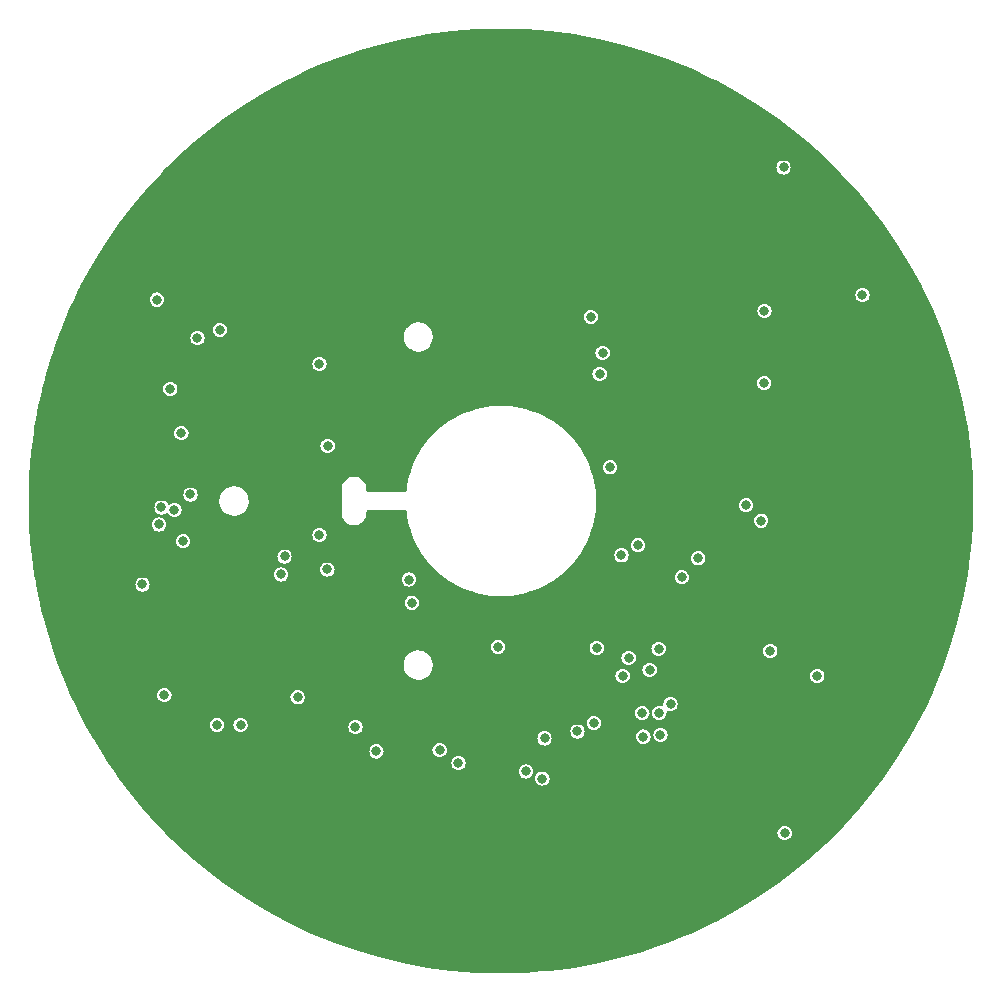
<source format=gbr>
%TF.GenerationSoftware,KiCad,Pcbnew,6.0.11+dfsg-1~bpo11+1*%
%TF.CreationDate,2023-06-15T06:44:31+00:00*%
%TF.ProjectId,USTTHUNDERMILLPCB01,55535454-4855-44e4-9445-524d494c4c50,rev?*%
%TF.SameCoordinates,Original*%
%TF.FileFunction,Copper,L3,Inr*%
%TF.FilePolarity,Positive*%
%FSLAX46Y46*%
G04 Gerber Fmt 4.6, Leading zero omitted, Abs format (unit mm)*
G04 Created by KiCad (PCBNEW 6.0.11+dfsg-1~bpo11+1) date 2023-06-15 06:44:31*
%MOMM*%
%LPD*%
G01*
G04 APERTURE LIST*
%TA.AperFunction,ViaPad*%
%ADD10C,0.800000*%
%TD*%
G04 APERTURE END LIST*
D10*
%TO.N,+5V*%
X-30359000Y-7068000D03*
X-29150000Y17050000D03*
%TO.N,+3V3*%
X10297600Y-14804400D03*
X-15375500Y-2897131D03*
X-14700000Y-5800000D03*
X22800000Y-12700000D03*
X11600000Y-3750000D03*
X-260000Y-12340000D03*
%TO.N,/CPU/RST#_P*%
X13345600Y-12518400D03*
%TO.N,/CPU/PB6*%
X8100000Y-12450000D03*
%TO.N,/CPU/PB7*%
X10805600Y-13280400D03*
%TO.N,/CPU/PB5*%
X12583600Y-14296400D03*
%TO.N,/CPU/TIMEPULSE*%
X-7556958Y-8610980D03*
X7850000Y-18800000D03*
%TO.N,Net-(R8-Pad2)*%
X-18607259Y-6221663D03*
%TO.N,Net-(R9-Pad2)*%
X-15375500Y11600000D03*
%TO.N,/CPU/PC1*%
X-10550000Y-21200000D03*
X-28750000Y-550000D03*
X13500000Y-19800000D03*
X-27064068Y5741559D03*
X-3601511Y-22198489D03*
%TO.N,/CPU/PC0*%
X12050800Y-19950800D03*
X-26903972Y-3403972D03*
X-5200000Y-21100000D03*
X-28962000Y-1988000D03*
X-28000000Y9500000D03*
X-12325000Y-19133000D03*
%TO.N,/CPU/RX0*%
X-22050000Y-18950000D03*
X2100000Y-22900000D03*
%TO.N,/CPU/TX0*%
X-24050000Y-18950000D03*
X3500000Y-23500000D03*
%TO.N,/CPU/TX1*%
X-23800000Y14500000D03*
X6471000Y-19514000D03*
%TO.N,/CPU/RX1*%
X-25700000Y13800000D03*
X3684019Y-20100000D03*
%TO.N,/CPU/BTN*%
X13400000Y-17950000D03*
X26780000Y-14820000D03*
%TO.N,/CPU/GEO_STAT*%
X-27650000Y-750000D03*
X-26295000Y552000D03*
%TO.N,ROTOR_GND*%
X-20707000Y-12910000D03*
X-29089000Y-10751000D03*
X7050000Y-22850000D03*
X-26100000Y16700000D03*
X26664000Y17443000D03*
X-1100000Y23800000D03*
X-27200000Y-23000000D03*
X13100000Y3000000D03*
X-4450000Y-22900000D03*
X35000000Y-400000D03*
X-32650000Y19450000D03*
X-21088000Y-3258000D03*
X29204000Y-10243000D03*
X5582000Y7156000D03*
X3550000Y17050000D03*
X-25500000Y-2900000D03*
X-14357000Y-1607000D03*
X1200000Y-10700000D03*
X21900000Y5950000D03*
X-8642000Y-1607000D03*
X25013000Y8045000D03*
X-24500000Y10550000D03*
X-14357000Y-591000D03*
X14950000Y18550000D03*
X9011000Y-17228000D03*
X-11950000Y-14300000D03*
X-38300000Y-5900000D03*
X-1657000Y-15831000D03*
X-36600000Y-13000000D03*
X28800000Y-7000000D03*
X-7900000Y-5450000D03*
X-29300000Y-9300000D03*
X19552000Y-5036000D03*
X10789000Y1060000D03*
X-5400000Y23300000D03*
X-28400000Y-25000000D03*
X-23600000Y-10700000D03*
X-24390000Y-4020000D03*
X5328000Y-23197000D03*
X-11000000Y-4550000D03*
X29450000Y6900000D03*
X2700000Y-15831000D03*
X-10674000Y-10751000D03*
X-2546000Y-10878000D03*
X23870000Y-5290000D03*
X19250000Y100000D03*
X9265000Y-19133000D03*
X13300000Y11500000D03*
X-11700000Y3000000D03*
X7800000Y22350000D03*
X-8650000Y1700000D03*
X-35693000Y-10624000D03*
X-6229000Y-16593000D03*
X-37725000Y-9735000D03*
X-12706000Y-2623000D03*
X-30867000Y-23578000D03*
X-10674000Y-2623000D03*
X29585000Y3219000D03*
X-30740000Y20618000D03*
X17266000Y12236000D03*
X17647000Y15919000D03*
X-4400000Y16600000D03*
X-6350000Y18100000D03*
X26650000Y-17700000D03*
X-10166000Y-15577000D03*
X30855000Y11982000D03*
X17520000Y-6941000D03*
X-24400000Y-20200000D03*
X-2750000Y9850000D03*
X-34250000Y6100000D03*
X-900000Y11750000D03*
X-38100000Y8000000D03*
X-36455000Y6394000D03*
X31236000Y15538000D03*
X-28835000Y6394000D03*
X-9000000Y21800000D03*
X-25100000Y18050000D03*
X-5400000Y7600000D03*
X27250000Y-20950000D03*
X-8300000Y9950000D03*
X-29250000Y3600000D03*
X-11690000Y-2623000D03*
X-17450000Y-13150000D03*
X29585000Y11220000D03*
X22100000Y-18450000D03*
X-36500000Y-6000000D03*
X20314000Y6648000D03*
X15400000Y5200000D03*
X-28327000Y-6560000D03*
X-10150000Y7600000D03*
X30850000Y-7300000D03*
X-21088000Y-7322000D03*
X-13087000Y-10751000D03*
X-13550000Y18000000D03*
X34650000Y-4550000D03*
X-8007000Y-10878000D03*
X-35850000Y12550000D03*
X-3900000Y20000000D03*
X-17450000Y-15174500D03*
X-6150000Y-22824500D03*
X-18700000Y-9700000D03*
X-11900000Y20200000D03*
X24400000Y18850000D03*
X-9658000Y-1607000D03*
X-300000Y16100000D03*
X-13595000Y-19006000D03*
X-32100000Y-21700000D03*
X-22916271Y-8416271D03*
X-36074000Y11347000D03*
X11300000Y20900000D03*
X24886000Y933000D03*
X14980000Y9188000D03*
X-30000000Y19400000D03*
X-4451000Y-14688000D03*
X11750000Y6400000D03*
X13329000Y-16339000D03*
X-9150000Y-3893000D03*
X-34500000Y8450000D03*
X10950000Y4500000D03*
X31350000Y-1150000D03*
X-14400000Y1695000D03*
X8884000Y-210000D03*
X-38233000Y6394000D03*
X-2200000Y17900000D03*
X-34169000Y-9481000D03*
X34750000Y3950000D03*
X29450000Y4800000D03*
X18917000Y-9227000D03*
X-24700000Y8500000D03*
X-4578000Y-7957000D03*
X-10674000Y-1607000D03*
X19750000Y-10650000D03*
X39050000Y-400000D03*
X6217000Y-16466000D03*
X8150000Y7450000D03*
X-3400000Y-13600000D03*
X-20750000Y-9300000D03*
X-22231000Y-2242000D03*
X32252000Y12617000D03*
X-12700000Y3000000D03*
X4750000Y7750000D03*
X24251000Y14903000D03*
X34100000Y-8100000D03*
X-36836000Y8045000D03*
X-26803000Y-11513000D03*
X23616000Y-337000D03*
X27400000Y3400000D03*
X-12500000Y10000000D03*
X27750000Y5200000D03*
X-8134000Y-16847000D03*
X-32264000Y21380000D03*
X26283000Y2203000D03*
X5850000Y10350000D03*
X27680000Y16554000D03*
X-9700000Y-5700500D03*
X-22739000Y-5798000D03*
X15100000Y-4700000D03*
X-35100000Y-12100000D03*
X3450000Y8300000D03*
X-28800000Y24100000D03*
X33250000Y-10500000D03*
X-7550000Y4900000D03*
X21711000Y-2750000D03*
X-10650000Y3000000D03*
X-14357000Y552000D03*
X-22000000Y18050000D03*
X21600000Y1600000D03*
X3400000Y23600000D03*
X23900000Y4300000D03*
X31363000Y-14815000D03*
X23650000Y-18050000D03*
X-3100000Y14450000D03*
X-20707000Y-11132000D03*
X14900000Y13700000D03*
X-26150000Y-2100000D03*
X2950000Y-13330500D03*
X-10650000Y1700000D03*
X28315000Y-16974000D03*
X-30500000Y-21000000D03*
X13550000Y-2200000D03*
X25850000Y-8700000D03*
X-37100000Y11800000D03*
X-9400000Y18000000D03*
X7700000Y4500000D03*
X30347000Y9061000D03*
X24300000Y-3900000D03*
X22473000Y17443000D03*
X26410000Y14776000D03*
X22350000Y-15900000D03*
X-14975500Y-11300000D03*
X13550000Y-4750000D03*
X-6200000Y-10900000D03*
X-7850000Y20100000D03*
X-20000000Y-16400000D03*
X20600000Y4600000D03*
X-26850000Y21300000D03*
X8249000Y-3131000D03*
X-36074000Y-9481000D03*
X-26930000Y-7830000D03*
X10789000Y-2242000D03*
X-26900000Y-4500000D03*
X-13722000Y-2496000D03*
X-14800000Y-7900000D03*
X-9650000Y1700000D03*
X-29650000Y22500000D03*
X13550000Y150000D03*
X-32050000Y11550000D03*
X17647000Y-15577000D03*
X18500000Y-2000000D03*
X-37217000Y-11132000D03*
%TO.N,STATOR*%
X30604000Y17446000D03*
X23920800Y28238000D03*
X24010000Y-28130000D03*
%TO.N,PA1*%
X22301200Y16107600D03*
X22035023Y-1664977D03*
X22275800Y9986200D03*
X16704523Y-4854523D03*
X15304977Y-6454977D03*
X20750000Y-350000D03*
%TO.N,COUNT_2*%
X-7800000Y-6650000D03*
X11953000Y-17953000D03*
%TO.N,Net-(R27-Pad2)*%
X7600000Y15600000D03*
%TO.N,Net-(J6-Pad5)*%
X-28500000Y-16450000D03*
X-17224500Y-16624500D03*
%TO.N,Net-(R10-Pad2)*%
X-18324500Y-4700000D03*
%TO.N,Net-(R11-Pad2)*%
X-14680017Y4669983D03*
%TO.N,Net-(R28-Pad2)*%
X8600000Y12550000D03*
%TO.N,COUNT_3*%
X10200000Y-4600000D03*
X14350000Y-17200000D03*
X8350000Y10750000D03*
X9250000Y2850000D03*
%TD*%
%TA.AperFunction,Conductor*%
%TO.N,ROTOR_GND*%
G36*
X907379Y39975245D02*
G01*
X2090097Y39944282D01*
X2096684Y39943937D01*
X4177726Y39780162D01*
X4184291Y39779472D01*
X6253968Y39506936D01*
X6260478Y39505904D01*
X6934672Y39380960D01*
X8313027Y39125518D01*
X8319450Y39124152D01*
X9291039Y38890885D01*
X10349334Y38636800D01*
X10355701Y38635094D01*
X12357201Y38042291D01*
X12363482Y38040251D01*
X14331247Y37343359D01*
X14337401Y37340996D01*
X16266073Y36542135D01*
X16272077Y36539462D01*
X17560688Y35924845D01*
X18156167Y35640825D01*
X18162048Y35637829D01*
X19996606Y34641704D01*
X20002316Y34638407D01*
X21782235Y33547689D01*
X21787768Y33544096D01*
X23508088Y32361762D01*
X23513427Y32357883D01*
X25169560Y31087025D01*
X25174683Y31082876D01*
X25982775Y30392718D01*
X26762037Y29727184D01*
X26766913Y29722793D01*
X27524061Y29004323D01*
X28281197Y28285865D01*
X28285866Y28281196D01*
X28824597Y27713464D01*
X29722792Y26766916D01*
X29727183Y26762040D01*
X30392717Y25982778D01*
X31082875Y25174686D01*
X31087024Y25169563D01*
X32357890Y23513422D01*
X32361769Y23508083D01*
X33544087Y21787781D01*
X33547680Y21782248D01*
X34638406Y20002316D01*
X34641703Y19996606D01*
X35637832Y18162056D01*
X35640829Y18156175D01*
X36539467Y16272073D01*
X36542149Y16266047D01*
X36882959Y15443238D01*
X37335191Y14351426D01*
X37340997Y14337408D01*
X37343358Y14331260D01*
X37684960Y13366695D01*
X38040246Y12363494D01*
X38042286Y12357213D01*
X38112690Y12119509D01*
X38635103Y10355683D01*
X38636799Y10349353D01*
X39124151Y8319474D01*
X39124152Y8319471D01*
X39125521Y8313032D01*
X39303415Y7353123D01*
X39505908Y6260480D01*
X39506940Y6253970D01*
X39779475Y4184293D01*
X39780165Y4177729D01*
X39943947Y2096685D01*
X39944292Y2090096D01*
X39972799Y1000991D01*
X39998728Y10417D01*
X39998914Y3298D01*
X39998914Y-3285D01*
X39976961Y-841753D01*
X39944277Y-2090106D01*
X39943932Y-2096693D01*
X39780165Y-4177734D01*
X39779475Y-4184299D01*
X39731131Y-4551426D01*
X39510317Y-6228282D01*
X39506936Y-6253954D01*
X39505906Y-6260455D01*
X39127642Y-8301588D01*
X39125521Y-8313032D01*
X39124148Y-8319488D01*
X38636794Y-10349347D01*
X38635088Y-10355713D01*
X38042286Y-12357220D01*
X38040246Y-12363501D01*
X37343360Y-14331262D01*
X37340997Y-14337416D01*
X37099713Y-14919937D01*
X36568357Y-16202764D01*
X36542135Y-16266070D01*
X36539457Y-16272085D01*
X35945829Y-17516695D01*
X35640824Y-18156174D01*
X35637828Y-18162055D01*
X34641703Y-19996613D01*
X34638406Y-20002323D01*
X33547680Y-21782253D01*
X33544087Y-21787786D01*
X32361769Y-23508087D01*
X32357890Y-23513426D01*
X31087024Y-25169567D01*
X31082875Y-25174690D01*
X30392743Y-25982753D01*
X29727183Y-26762045D01*
X29722792Y-26766921D01*
X29004323Y-27524069D01*
X28285866Y-28281205D01*
X28281197Y-28285874D01*
X27524061Y-29004331D01*
X26766913Y-29722800D01*
X26762037Y-29727191D01*
X25982740Y-30392755D01*
X25174683Y-31082882D01*
X25169560Y-31087031D01*
X23513419Y-32357890D01*
X23508080Y-32361769D01*
X21787760Y-33544106D01*
X21782227Y-33547699D01*
X20002316Y-34638414D01*
X19996606Y-34641711D01*
X18162048Y-35637836D01*
X18156167Y-35640832D01*
X18155234Y-35641277D01*
X16272077Y-36539473D01*
X16266073Y-36542146D01*
X15301727Y-36941577D01*
X14337391Y-37341003D01*
X14331238Y-37343365D01*
X12890390Y-37853650D01*
X12363514Y-38040246D01*
X12363494Y-38040253D01*
X12357216Y-38042293D01*
X11995479Y-38149433D01*
X10355701Y-38635104D01*
X10349334Y-38636810D01*
X9290011Y-38891138D01*
X8319447Y-39124156D01*
X8313027Y-39125521D01*
X6260466Y-39505917D01*
X6253974Y-39506946D01*
X4184285Y-39779476D01*
X4177740Y-39780164D01*
X3492566Y-39834089D01*
X2096684Y-39943947D01*
X2090095Y-39944292D01*
X843160Y-39976931D01*
X3286Y-39998914D01*
X-3285Y-39998914D01*
X-900467Y-39975424D01*
X-2090103Y-39944277D01*
X-2096690Y-39943932D01*
X-4177731Y-39780165D01*
X-4184296Y-39779475D01*
X-4875514Y-39688453D01*
X-6253965Y-39506934D01*
X-6260456Y-39505906D01*
X-8313035Y-39125521D01*
X-8319489Y-39124148D01*
X-10349348Y-38636794D01*
X-10355714Y-38635088D01*
X-12357221Y-38042286D01*
X-12363502Y-38040246D01*
X-14331259Y-37343360D01*
X-14337413Y-37340997D01*
X-16266053Y-36542141D01*
X-16272079Y-36539459D01*
X-18156190Y-35640817D01*
X-18162071Y-35637820D01*
X-19996612Y-34641703D01*
X-20002322Y-34638406D01*
X-21782254Y-33547680D01*
X-21787787Y-33544087D01*
X-23508088Y-32361769D01*
X-23513427Y-32357890D01*
X-25169568Y-31087024D01*
X-25174691Y-31082875D01*
X-25982754Y-30392743D01*
X-26762046Y-29727183D01*
X-26766925Y-29722789D01*
X-27828920Y-28715044D01*
X-28281202Y-28285866D01*
X-28285871Y-28281197D01*
X-28429344Y-28130000D01*
X23404318Y-28130000D01*
X23424956Y-28286762D01*
X23485464Y-28432841D01*
X23581718Y-28558282D01*
X23707159Y-28654536D01*
X23853238Y-28715044D01*
X24010000Y-28735682D01*
X24018188Y-28734604D01*
X24158574Y-28716122D01*
X24166762Y-28715044D01*
X24312841Y-28654536D01*
X24438282Y-28558282D01*
X24534536Y-28432841D01*
X24595044Y-28286762D01*
X24615682Y-28130000D01*
X24595044Y-27973238D01*
X24534536Y-27827159D01*
X24438282Y-27701718D01*
X24312841Y-27605464D01*
X24166762Y-27544956D01*
X24010000Y-27524318D01*
X23853238Y-27544956D01*
X23707159Y-27605464D01*
X23581718Y-27701718D01*
X23485464Y-27827159D01*
X23424956Y-27973238D01*
X23404318Y-28130000D01*
X-28429344Y-28130000D01*
X-29722780Y-26766933D01*
X-29722799Y-26766913D01*
X-29727194Y-26762032D01*
X-30392754Y-25982740D01*
X-31082881Y-25174683D01*
X-31087030Y-25169560D01*
X-32357889Y-23513427D01*
X-32361768Y-23508088D01*
X-32779692Y-22900000D01*
X1494318Y-22900000D01*
X1514956Y-23056762D01*
X1575464Y-23202841D01*
X1671718Y-23328282D01*
X1797159Y-23424536D01*
X1943238Y-23485044D01*
X2100000Y-23505682D01*
X2108188Y-23504604D01*
X2143159Y-23500000D01*
X2894318Y-23500000D01*
X2914956Y-23656762D01*
X2975464Y-23802841D01*
X3071718Y-23928282D01*
X3197159Y-24024536D01*
X3343238Y-24085044D01*
X3500000Y-24105682D01*
X3508188Y-24104604D01*
X3648574Y-24086122D01*
X3656762Y-24085044D01*
X3802841Y-24024536D01*
X3928282Y-23928282D01*
X4024536Y-23802841D01*
X4085044Y-23656762D01*
X4105682Y-23500000D01*
X4085044Y-23343238D01*
X4024536Y-23197159D01*
X3928282Y-23071718D01*
X3802841Y-22975464D01*
X3656762Y-22914956D01*
X3500000Y-22894318D01*
X3343238Y-22914956D01*
X3197159Y-22975464D01*
X3071718Y-23071718D01*
X2975464Y-23197159D01*
X2914956Y-23343238D01*
X2894318Y-23500000D01*
X2143159Y-23500000D01*
X2248574Y-23486122D01*
X2256762Y-23485044D01*
X2402841Y-23424536D01*
X2528282Y-23328282D01*
X2624536Y-23202841D01*
X2685044Y-23056762D01*
X2705682Y-22900000D01*
X2685044Y-22743238D01*
X2624536Y-22597159D01*
X2528282Y-22471718D01*
X2402841Y-22375464D01*
X2256762Y-22314956D01*
X2100000Y-22294318D01*
X1943238Y-22314956D01*
X1797159Y-22375464D01*
X1671718Y-22471718D01*
X1575464Y-22597159D01*
X1514956Y-22743238D01*
X1494318Y-22900000D01*
X-32779692Y-22900000D01*
X-33261823Y-22198489D01*
X-4207193Y-22198489D01*
X-4186555Y-22355251D01*
X-4126047Y-22501330D01*
X-4029793Y-22626771D01*
X-3904352Y-22723025D01*
X-3758273Y-22783533D01*
X-3601511Y-22804171D01*
X-3593323Y-22803093D01*
X-3452937Y-22784611D01*
X-3444749Y-22783533D01*
X-3298670Y-22723025D01*
X-3173229Y-22626771D01*
X-3076975Y-22501330D01*
X-3016467Y-22355251D01*
X-2995829Y-22198489D01*
X-3016467Y-22041727D01*
X-3076975Y-21895648D01*
X-3160888Y-21786290D01*
X-3168206Y-21776753D01*
X-3173229Y-21770207D01*
X-3298670Y-21673953D01*
X-3444749Y-21613445D01*
X-3601511Y-21592807D01*
X-3758273Y-21613445D01*
X-3904352Y-21673953D01*
X-4029793Y-21770207D01*
X-4034816Y-21776753D01*
X-4042134Y-21786290D01*
X-4126047Y-21895648D01*
X-4186555Y-22041727D01*
X-4207193Y-22198489D01*
X-33261823Y-22198489D01*
X-33544107Y-21787760D01*
X-33547700Y-21782227D01*
X-33904484Y-21200000D01*
X-11155682Y-21200000D01*
X-11135044Y-21356762D01*
X-11074536Y-21502841D01*
X-10978282Y-21628282D01*
X-10852841Y-21724536D01*
X-10706762Y-21785044D01*
X-10698574Y-21786122D01*
X-10628381Y-21795363D01*
X-10550000Y-21805682D01*
X-10541812Y-21804604D01*
X-10401426Y-21786122D01*
X-10393238Y-21785044D01*
X-10247159Y-21724536D01*
X-10121718Y-21628282D01*
X-10025464Y-21502841D01*
X-9964956Y-21356762D01*
X-9944318Y-21200000D01*
X-9957483Y-21100000D01*
X-5805682Y-21100000D01*
X-5785044Y-21256762D01*
X-5724536Y-21402841D01*
X-5628282Y-21528282D01*
X-5502841Y-21624536D01*
X-5356762Y-21685044D01*
X-5200000Y-21705682D01*
X-5191812Y-21704604D01*
X-5051426Y-21686122D01*
X-5043238Y-21685044D01*
X-4897159Y-21624536D01*
X-4771718Y-21528282D01*
X-4675464Y-21402841D01*
X-4614956Y-21256762D01*
X-4594318Y-21100000D01*
X-4614956Y-20943238D01*
X-4675464Y-20797159D01*
X-4771718Y-20671718D01*
X-4897159Y-20575464D01*
X-5043238Y-20514956D01*
X-5200000Y-20494318D01*
X-5356762Y-20514956D01*
X-5502841Y-20575464D01*
X-5628282Y-20671718D01*
X-5724536Y-20797159D01*
X-5785044Y-20943238D01*
X-5805682Y-21100000D01*
X-9957483Y-21100000D01*
X-9964956Y-21043238D01*
X-10025464Y-20897159D01*
X-10121718Y-20771718D01*
X-10247159Y-20675464D01*
X-10393238Y-20614956D01*
X-10550000Y-20594318D01*
X-10706762Y-20614956D01*
X-10852841Y-20675464D01*
X-10978282Y-20771718D01*
X-11074536Y-20897159D01*
X-11135044Y-21043238D01*
X-11155682Y-21200000D01*
X-33904484Y-21200000D01*
X-34578555Y-20100000D01*
X3078337Y-20100000D01*
X3098975Y-20256762D01*
X3159483Y-20402841D01*
X3255737Y-20528282D01*
X3381178Y-20624536D01*
X3527257Y-20685044D01*
X3684019Y-20705682D01*
X3692207Y-20704604D01*
X3832593Y-20686122D01*
X3840781Y-20685044D01*
X3986860Y-20624536D01*
X4112301Y-20528282D01*
X4208555Y-20402841D01*
X4269063Y-20256762D01*
X4289701Y-20100000D01*
X4269063Y-19943238D01*
X4208555Y-19797159D01*
X4112301Y-19671718D01*
X3986860Y-19575464D01*
X3840781Y-19514956D01*
X3833519Y-19514000D01*
X5865318Y-19514000D01*
X5885956Y-19670762D01*
X5946464Y-19816841D01*
X6042718Y-19942282D01*
X6168159Y-20038536D01*
X6314238Y-20099044D01*
X6471000Y-20119682D01*
X6479188Y-20118604D01*
X6619574Y-20100122D01*
X6627762Y-20099044D01*
X6773841Y-20038536D01*
X6888181Y-19950800D01*
X11445118Y-19950800D01*
X11465756Y-20107562D01*
X11526264Y-20253641D01*
X11622518Y-20379082D01*
X11747959Y-20475336D01*
X11894038Y-20535844D01*
X12050800Y-20556482D01*
X12058988Y-20555404D01*
X12199374Y-20536922D01*
X12207562Y-20535844D01*
X12353641Y-20475336D01*
X12479082Y-20379082D01*
X12575336Y-20253641D01*
X12635844Y-20107562D01*
X12656482Y-19950800D01*
X12636629Y-19800000D01*
X12894318Y-19800000D01*
X12914956Y-19956762D01*
X12975464Y-20102841D01*
X13071718Y-20228282D01*
X13197159Y-20324536D01*
X13343238Y-20385044D01*
X13500000Y-20405682D01*
X13508188Y-20404604D01*
X13521580Y-20402841D01*
X13656762Y-20385044D01*
X13802841Y-20324536D01*
X13928282Y-20228282D01*
X14024536Y-20102841D01*
X14085044Y-19956762D01*
X14105682Y-19800000D01*
X14085044Y-19643238D01*
X14024536Y-19497159D01*
X13928282Y-19371718D01*
X13802841Y-19275464D01*
X13656762Y-19214956D01*
X13500000Y-19194318D01*
X13343238Y-19214956D01*
X13197159Y-19275464D01*
X13071718Y-19371718D01*
X12975464Y-19497159D01*
X12914956Y-19643238D01*
X12894318Y-19800000D01*
X12636629Y-19800000D01*
X12635844Y-19794038D01*
X12575336Y-19647959D01*
X12479082Y-19522518D01*
X12353641Y-19426264D01*
X12207562Y-19365756D01*
X12050800Y-19345118D01*
X11894038Y-19365756D01*
X11747959Y-19426264D01*
X11622518Y-19522518D01*
X11526264Y-19647959D01*
X11465756Y-19794038D01*
X11445118Y-19950800D01*
X6888181Y-19950800D01*
X6899282Y-19942282D01*
X6995536Y-19816841D01*
X7056044Y-19670762D01*
X7076682Y-19514000D01*
X7059289Y-19381884D01*
X7057122Y-19365426D01*
X7056044Y-19357238D01*
X6995536Y-19211159D01*
X6899282Y-19085718D01*
X6773841Y-18989464D01*
X6627762Y-18928956D01*
X6471000Y-18908318D01*
X6314238Y-18928956D01*
X6168159Y-18989464D01*
X6042718Y-19085718D01*
X5946464Y-19211159D01*
X5885956Y-19357238D01*
X5884878Y-19365426D01*
X5882711Y-19381884D01*
X5865318Y-19514000D01*
X3833519Y-19514000D01*
X3684019Y-19494318D01*
X3527257Y-19514956D01*
X3381178Y-19575464D01*
X3255737Y-19671718D01*
X3159483Y-19797159D01*
X3098975Y-19943238D01*
X3078337Y-20100000D01*
X-34578555Y-20100000D01*
X-34638415Y-20002316D01*
X-34641712Y-19996606D01*
X-35209996Y-18950000D01*
X-24655682Y-18950000D01*
X-24650486Y-18989464D01*
X-24637814Y-19085718D01*
X-24635044Y-19106762D01*
X-24574536Y-19252841D01*
X-24478282Y-19378282D01*
X-24352841Y-19474536D01*
X-24206762Y-19535044D01*
X-24050000Y-19555682D01*
X-24041812Y-19554604D01*
X-23901426Y-19536122D01*
X-23893238Y-19535044D01*
X-23747159Y-19474536D01*
X-23621718Y-19378282D01*
X-23525464Y-19252841D01*
X-23464956Y-19106762D01*
X-23462185Y-19085718D01*
X-23449514Y-18989464D01*
X-23444318Y-18950000D01*
X-22655682Y-18950000D01*
X-22650486Y-18989464D01*
X-22637814Y-19085718D01*
X-22635044Y-19106762D01*
X-22574536Y-19252841D01*
X-22478282Y-19378282D01*
X-22352841Y-19474536D01*
X-22206762Y-19535044D01*
X-22050000Y-19555682D01*
X-22041812Y-19554604D01*
X-21901426Y-19536122D01*
X-21893238Y-19535044D01*
X-21747159Y-19474536D01*
X-21621718Y-19378282D01*
X-21525464Y-19252841D01*
X-21475824Y-19133000D01*
X-12930682Y-19133000D01*
X-12910044Y-19289762D01*
X-12849536Y-19435841D01*
X-12753282Y-19561282D01*
X-12627841Y-19657536D01*
X-12481762Y-19718044D01*
X-12325000Y-19738682D01*
X-12316812Y-19737604D01*
X-12176426Y-19719122D01*
X-12168238Y-19718044D01*
X-12022159Y-19657536D01*
X-11896718Y-19561282D01*
X-11800464Y-19435841D01*
X-11739956Y-19289762D01*
X-11719318Y-19133000D01*
X-11739956Y-18976238D01*
X-11800464Y-18830159D01*
X-11823606Y-18800000D01*
X7244318Y-18800000D01*
X7264956Y-18956762D01*
X7325464Y-19102841D01*
X7421718Y-19228282D01*
X7547159Y-19324536D01*
X7693238Y-19385044D01*
X7850000Y-19405682D01*
X7858188Y-19404604D01*
X7998574Y-19386122D01*
X8006762Y-19385044D01*
X8152841Y-19324536D01*
X8278282Y-19228282D01*
X8374536Y-19102841D01*
X8435044Y-18956762D01*
X8455682Y-18800000D01*
X8435044Y-18643238D01*
X8374536Y-18497159D01*
X8278282Y-18371718D01*
X8152841Y-18275464D01*
X8006762Y-18214956D01*
X7850000Y-18194318D01*
X7693238Y-18214956D01*
X7547159Y-18275464D01*
X7421718Y-18371718D01*
X7325464Y-18497159D01*
X7264956Y-18643238D01*
X7244318Y-18800000D01*
X-11823606Y-18800000D01*
X-11896718Y-18704718D01*
X-12022159Y-18608464D01*
X-12168238Y-18547956D01*
X-12325000Y-18527318D01*
X-12481762Y-18547956D01*
X-12627841Y-18608464D01*
X-12753282Y-18704718D01*
X-12849536Y-18830159D01*
X-12910044Y-18976238D01*
X-12930682Y-19133000D01*
X-21475824Y-19133000D01*
X-21464956Y-19106762D01*
X-21462185Y-19085718D01*
X-21449514Y-18989464D01*
X-21444318Y-18950000D01*
X-21464956Y-18793238D01*
X-21525464Y-18647159D01*
X-21621718Y-18521718D01*
X-21747159Y-18425464D01*
X-21893238Y-18364956D01*
X-22050000Y-18344318D01*
X-22206762Y-18364956D01*
X-22352841Y-18425464D01*
X-22478282Y-18521718D01*
X-22574536Y-18647159D01*
X-22635044Y-18793238D01*
X-22655682Y-18950000D01*
X-23444318Y-18950000D01*
X-23464956Y-18793238D01*
X-23525464Y-18647159D01*
X-23621718Y-18521718D01*
X-23747159Y-18425464D01*
X-23893238Y-18364956D01*
X-24050000Y-18344318D01*
X-24206762Y-18364956D01*
X-24352841Y-18425464D01*
X-24478282Y-18521718D01*
X-24574536Y-18647159D01*
X-24635044Y-18793238D01*
X-24655682Y-18950000D01*
X-35209996Y-18950000D01*
X-35637837Y-18162048D01*
X-35640833Y-18156167D01*
X-35737736Y-17953000D01*
X11347318Y-17953000D01*
X11367956Y-18109762D01*
X11428464Y-18255841D01*
X11524718Y-18381282D01*
X11650159Y-18477536D01*
X11796238Y-18538044D01*
X11953000Y-18558682D01*
X11961188Y-18557604D01*
X11983976Y-18554604D01*
X12109762Y-18538044D01*
X12255841Y-18477536D01*
X12381282Y-18381282D01*
X12477536Y-18255841D01*
X12538044Y-18109762D01*
X12551776Y-18005460D01*
X12575460Y-17951921D01*
X12777168Y-17951921D01*
X12801619Y-18005460D01*
X12813878Y-18098574D01*
X12814956Y-18106762D01*
X12875464Y-18252841D01*
X12971718Y-18378282D01*
X13097159Y-18474536D01*
X13243238Y-18535044D01*
X13251426Y-18536122D01*
X13321619Y-18545363D01*
X13400000Y-18555682D01*
X13408188Y-18554604D01*
X13548574Y-18536122D01*
X13556762Y-18535044D01*
X13702841Y-18474536D01*
X13828282Y-18378282D01*
X13924536Y-18252841D01*
X13985044Y-18106762D01*
X14005682Y-17950000D01*
X14000381Y-17909731D01*
X14011321Y-17839582D01*
X14058449Y-17786484D01*
X14126804Y-17767295D01*
X14173521Y-17776877D01*
X14185608Y-17781884D01*
X14185611Y-17781885D01*
X14193238Y-17785044D01*
X14350000Y-17805682D01*
X14358188Y-17804604D01*
X14498574Y-17786122D01*
X14506762Y-17785044D01*
X14652841Y-17724536D01*
X14778282Y-17628282D01*
X14874536Y-17502841D01*
X14935044Y-17356762D01*
X14955682Y-17200000D01*
X14936540Y-17054604D01*
X14936122Y-17051426D01*
X14935044Y-17043238D01*
X14874536Y-16897159D01*
X14778282Y-16771718D01*
X14652841Y-16675464D01*
X14506762Y-16614956D01*
X14350000Y-16594318D01*
X14193238Y-16614956D01*
X14047159Y-16675464D01*
X13921718Y-16771718D01*
X13825464Y-16897159D01*
X13764956Y-17043238D01*
X13763878Y-17051426D01*
X13763460Y-17054604D01*
X13744318Y-17200000D01*
X13745396Y-17208188D01*
X13745396Y-17208190D01*
X13749619Y-17240269D01*
X13738679Y-17310418D01*
X13691551Y-17363516D01*
X13623196Y-17382705D01*
X13576479Y-17373123D01*
X13564392Y-17368116D01*
X13564389Y-17368115D01*
X13556762Y-17364956D01*
X13400000Y-17344318D01*
X13243238Y-17364956D01*
X13097159Y-17425464D01*
X12971718Y-17521718D01*
X12875464Y-17647159D01*
X12814956Y-17793238D01*
X12801224Y-17897540D01*
X12777168Y-17951921D01*
X12575460Y-17951921D01*
X12575832Y-17951079D01*
X12551381Y-17897540D01*
X12539122Y-17804426D01*
X12538044Y-17796238D01*
X12477536Y-17650159D01*
X12381282Y-17524718D01*
X12255841Y-17428464D01*
X12109762Y-17367956D01*
X12078787Y-17363878D01*
X11961188Y-17348396D01*
X11953000Y-17347318D01*
X11944812Y-17348396D01*
X11827214Y-17363878D01*
X11796238Y-17367956D01*
X11650159Y-17428464D01*
X11524718Y-17524718D01*
X11428464Y-17650159D01*
X11367956Y-17796238D01*
X11347318Y-17953000D01*
X-35737736Y-17953000D01*
X-36015272Y-17371116D01*
X-36454608Y-16450000D01*
X-29105682Y-16450000D01*
X-29085044Y-16606762D01*
X-29024536Y-16752841D01*
X-28928282Y-16878282D01*
X-28802841Y-16974536D01*
X-28656762Y-17035044D01*
X-28500000Y-17055682D01*
X-28491812Y-17054604D01*
X-28351426Y-17036122D01*
X-28343238Y-17035044D01*
X-28197159Y-16974536D01*
X-28071718Y-16878282D01*
X-27975464Y-16752841D01*
X-27922303Y-16624500D01*
X-17830182Y-16624500D01*
X-17829104Y-16632688D01*
X-17810800Y-16771718D01*
X-17809544Y-16781262D01*
X-17749036Y-16927341D01*
X-17652782Y-17052782D01*
X-17527341Y-17149036D01*
X-17381262Y-17209544D01*
X-17224500Y-17230182D01*
X-17216312Y-17229104D01*
X-17075926Y-17210622D01*
X-17067738Y-17209544D01*
X-16921659Y-17149036D01*
X-16796218Y-17052782D01*
X-16699964Y-16927341D01*
X-16639456Y-16781262D01*
X-16638199Y-16771718D01*
X-16619896Y-16632688D01*
X-16618818Y-16624500D01*
X-16639456Y-16467738D01*
X-16699964Y-16321659D01*
X-16796218Y-16196218D01*
X-16921659Y-16099964D01*
X-17067738Y-16039456D01*
X-17224500Y-16018818D01*
X-17381262Y-16039456D01*
X-17527341Y-16099964D01*
X-17652782Y-16196218D01*
X-17749036Y-16321659D01*
X-17809544Y-16467738D01*
X-17830182Y-16624500D01*
X-27922303Y-16624500D01*
X-27914956Y-16606762D01*
X-27894318Y-16450000D01*
X-27914956Y-16293238D01*
X-27975464Y-16147159D01*
X-28071718Y-16021718D01*
X-28197159Y-15925464D01*
X-28343238Y-15864956D01*
X-28500000Y-15844318D01*
X-28656762Y-15864956D01*
X-28802841Y-15925464D01*
X-28928282Y-16021718D01*
X-29024536Y-16147159D01*
X-29085044Y-16293238D01*
X-29105682Y-16450000D01*
X-36454608Y-16450000D01*
X-36539470Y-16272077D01*
X-36542148Y-16266062D01*
X-36571077Y-16196218D01*
X-37106454Y-14903670D01*
X-37341004Y-14337401D01*
X-37343367Y-14331247D01*
X-37496080Y-13900040D01*
X-8251019Y-13900040D01*
X-8250983Y-13900189D01*
X-8189813Y-14286424D01*
X-8189801Y-14286578D01*
X-8189783Y-14286613D01*
X-8189777Y-14286652D01*
X-8189695Y-14286785D01*
X-8012177Y-14635121D01*
X-8012116Y-14635267D01*
X-8012088Y-14635295D01*
X-8012070Y-14635330D01*
X-8011953Y-14635430D01*
X-8000402Y-14646983D01*
X-8000402Y-14646984D01*
X-7747648Y-14899794D01*
X-7747646Y-14899795D01*
X-7735460Y-14911984D01*
X-7735360Y-14912101D01*
X-7735325Y-14912119D01*
X-7735297Y-14912147D01*
X-7735150Y-14912208D01*
X-7524620Y-15019447D01*
X-7397937Y-15083977D01*
X-7397935Y-15083977D01*
X-7386752Y-15089674D01*
X-7386621Y-15089755D01*
X-7386582Y-15089761D01*
X-7386547Y-15089779D01*
X-7386394Y-15089791D01*
X-7000188Y-15150984D01*
X-7000039Y-15151020D01*
X-7000000Y-15151014D01*
X-6999961Y-15151020D01*
X-6999812Y-15150984D01*
X-6983926Y-15148467D01*
X-6863539Y-15129392D01*
X-6613607Y-15089791D01*
X-6613455Y-15089779D01*
X-6613420Y-15089761D01*
X-6613380Y-15089755D01*
X-6613242Y-15089671D01*
X-6602063Y-15083977D01*
X-6280024Y-14919937D01*
X-6264851Y-14912208D01*
X-6264704Y-14912147D01*
X-6264676Y-14912119D01*
X-6264641Y-14912101D01*
X-6264541Y-14911984D01*
X-6156981Y-14804400D01*
X9691918Y-14804400D01*
X9712556Y-14961162D01*
X9773064Y-15107241D01*
X9869318Y-15232682D01*
X9994759Y-15328936D01*
X10140838Y-15389444D01*
X10297600Y-15410082D01*
X10305788Y-15409004D01*
X10335868Y-15405044D01*
X10454362Y-15389444D01*
X10600441Y-15328936D01*
X10725882Y-15232682D01*
X10822136Y-15107241D01*
X10882644Y-14961162D01*
X10903282Y-14804400D01*
X10882644Y-14647638D01*
X10822136Y-14501559D01*
X10725882Y-14376118D01*
X10621991Y-14296400D01*
X11977918Y-14296400D01*
X11998556Y-14453162D01*
X12059064Y-14599241D01*
X12155318Y-14724682D01*
X12280759Y-14820936D01*
X12426838Y-14881444D01*
X12583600Y-14902082D01*
X12591788Y-14901004D01*
X12592009Y-14900975D01*
X12740362Y-14881444D01*
X12886441Y-14820936D01*
X12887661Y-14820000D01*
X26174318Y-14820000D01*
X26194956Y-14976762D01*
X26255464Y-15122841D01*
X26351718Y-15248282D01*
X26477159Y-15344536D01*
X26623238Y-15405044D01*
X26631426Y-15406122D01*
X26701619Y-15415363D01*
X26780000Y-15425682D01*
X26788188Y-15424604D01*
X26928574Y-15406122D01*
X26936762Y-15405044D01*
X27082841Y-15344536D01*
X27208282Y-15248282D01*
X27304536Y-15122841D01*
X27365044Y-14976762D01*
X27385682Y-14820000D01*
X27365044Y-14663238D01*
X27304536Y-14517159D01*
X27208282Y-14391718D01*
X27082841Y-14295464D01*
X26936762Y-14234956D01*
X26780000Y-14214318D01*
X26623238Y-14234956D01*
X26477159Y-14295464D01*
X26351718Y-14391718D01*
X26255464Y-14517159D01*
X26194956Y-14663238D01*
X26174318Y-14820000D01*
X12887661Y-14820000D01*
X13011882Y-14724682D01*
X13108136Y-14599241D01*
X13168644Y-14453162D01*
X13189282Y-14296400D01*
X13168644Y-14139638D01*
X13108136Y-13993559D01*
X13025666Y-13886082D01*
X13016905Y-13874664D01*
X13011882Y-13868118D01*
X12886441Y-13771864D01*
X12740362Y-13711356D01*
X12583600Y-13690718D01*
X12426838Y-13711356D01*
X12280759Y-13771864D01*
X12155318Y-13868118D01*
X12150295Y-13874664D01*
X12141534Y-13886082D01*
X12059064Y-13993559D01*
X11998556Y-14139638D01*
X11977918Y-14296400D01*
X10621991Y-14296400D01*
X10600441Y-14279864D01*
X10454362Y-14219356D01*
X10416095Y-14214318D01*
X10305788Y-14199796D01*
X10297600Y-14198718D01*
X10289412Y-14199796D01*
X10179106Y-14214318D01*
X10140838Y-14219356D01*
X9994759Y-14279864D01*
X9869318Y-14376118D01*
X9773064Y-14501559D01*
X9712556Y-14647638D01*
X9691918Y-14804400D01*
X-6156981Y-14804400D01*
X-6015850Y-14663238D01*
X-6000138Y-14647523D01*
X-6000138Y-14647522D01*
X-5988048Y-14635430D01*
X-5987931Y-14635330D01*
X-5987913Y-14635295D01*
X-5987885Y-14635267D01*
X-5987824Y-14635121D01*
X-5810305Y-14286784D01*
X-5810224Y-14286652D01*
X-5810218Y-14286613D01*
X-5810200Y-14286578D01*
X-5810188Y-14286424D01*
X-5749017Y-13900189D01*
X-5748981Y-13900040D01*
X-5748987Y-13900001D01*
X-5748981Y-13899962D01*
X-5749017Y-13899813D01*
X-5810188Y-13513574D01*
X-5810200Y-13513420D01*
X-5810218Y-13513385D01*
X-5810224Y-13513346D01*
X-5810305Y-13513214D01*
X-5928951Y-13280400D01*
X10199918Y-13280400D01*
X10220556Y-13437162D01*
X10281064Y-13583241D01*
X10377318Y-13708682D01*
X10502759Y-13804936D01*
X10648838Y-13865444D01*
X10805600Y-13886082D01*
X10813788Y-13885004D01*
X10828251Y-13883100D01*
X10962362Y-13865444D01*
X11108441Y-13804936D01*
X11233882Y-13708682D01*
X11330136Y-13583241D01*
X11390644Y-13437162D01*
X11411282Y-13280400D01*
X11394776Y-13155025D01*
X11391722Y-13131826D01*
X11390644Y-13123638D01*
X11330136Y-12977559D01*
X11233882Y-12852118D01*
X11108441Y-12755864D01*
X10962362Y-12695356D01*
X10805600Y-12674718D01*
X10648838Y-12695356D01*
X10502759Y-12755864D01*
X10377318Y-12852118D01*
X10281064Y-12977559D01*
X10220556Y-13123638D01*
X10219478Y-13131826D01*
X10216424Y-13155025D01*
X10199918Y-13280400D01*
X-5928951Y-13280400D01*
X-5987824Y-13164877D01*
X-5987885Y-13164731D01*
X-5987913Y-13164703D01*
X-5987931Y-13164668D01*
X-5988048Y-13164568D01*
X-6019304Y-13133305D01*
X-6252353Y-12900204D01*
X-6252355Y-12900203D01*
X-6264541Y-12888014D01*
X-6264641Y-12887897D01*
X-6264676Y-12887879D01*
X-6264704Y-12887851D01*
X-6264851Y-12887790D01*
X-6310787Y-12864391D01*
X-6410478Y-12813611D01*
X-6613244Y-12710327D01*
X-6613380Y-12710243D01*
X-6613420Y-12710237D01*
X-6613455Y-12710219D01*
X-6613607Y-12710207D01*
X-6844253Y-12673664D01*
X-6983073Y-12651670D01*
X-6999812Y-12649018D01*
X-6999961Y-12648982D01*
X-7000000Y-12648988D01*
X-7000039Y-12648982D01*
X-7000188Y-12649018D01*
X-7016069Y-12651534D01*
X-7373818Y-12708214D01*
X-7373820Y-12708215D01*
X-7386394Y-12710207D01*
X-7386547Y-12710219D01*
X-7386582Y-12710237D01*
X-7386621Y-12710243D01*
X-7386752Y-12710324D01*
X-7397935Y-12716021D01*
X-7397937Y-12716021D01*
X-7695702Y-12867696D01*
X-7735150Y-12887790D01*
X-7735297Y-12887851D01*
X-7735325Y-12887879D01*
X-7735360Y-12887897D01*
X-7735460Y-12888014D01*
X-8011948Y-13164563D01*
X-8012070Y-13164667D01*
X-8012089Y-13164704D01*
X-8012116Y-13164731D01*
X-8012174Y-13164872D01*
X-8189695Y-13513217D01*
X-8189777Y-13513350D01*
X-8189783Y-13513389D01*
X-8189801Y-13513424D01*
X-8189813Y-13513578D01*
X-8250983Y-13899813D01*
X-8251019Y-13899962D01*
X-8251013Y-13900001D01*
X-8251019Y-13900040D01*
X-37496080Y-13900040D01*
X-38040258Y-12363482D01*
X-38042298Y-12357201D01*
X-38047393Y-12340000D01*
X-865682Y-12340000D01*
X-845044Y-12496762D01*
X-784536Y-12642841D01*
X-688282Y-12768282D01*
X-562841Y-12864536D01*
X-416762Y-12925044D01*
X-260000Y-12945682D01*
X-251812Y-12944604D01*
X-111426Y-12926122D01*
X-103238Y-12925044D01*
X42841Y-12864536D01*
X168282Y-12768282D01*
X264536Y-12642841D01*
X325044Y-12496762D01*
X331200Y-12450000D01*
X7494318Y-12450000D01*
X7514956Y-12606762D01*
X7575464Y-12752841D01*
X7671718Y-12878282D01*
X7678264Y-12883305D01*
X7684401Y-12888014D01*
X7797159Y-12974536D01*
X7943238Y-13035044D01*
X8100000Y-13055682D01*
X8108188Y-13054604D01*
X8248574Y-13036122D01*
X8256762Y-13035044D01*
X8402841Y-12974536D01*
X8515599Y-12888014D01*
X8521736Y-12883305D01*
X8528282Y-12878282D01*
X8624536Y-12752841D01*
X8685044Y-12606762D01*
X8696677Y-12518400D01*
X12739918Y-12518400D01*
X12740996Y-12526588D01*
X12757244Y-12650001D01*
X12760556Y-12675162D01*
X12821064Y-12821241D01*
X12917318Y-12946682D01*
X13042759Y-13042936D01*
X13188838Y-13103444D01*
X13345600Y-13124082D01*
X13353788Y-13123004D01*
X13494174Y-13104522D01*
X13502362Y-13103444D01*
X13648441Y-13042936D01*
X13773882Y-12946682D01*
X13870136Y-12821241D01*
X13920356Y-12700000D01*
X22194318Y-12700000D01*
X22214956Y-12856762D01*
X22275464Y-13002841D01*
X22371718Y-13128282D01*
X22497159Y-13224536D01*
X22643238Y-13285044D01*
X22800000Y-13305682D01*
X22808188Y-13304604D01*
X22948574Y-13286122D01*
X22956762Y-13285044D01*
X23102841Y-13224536D01*
X23228282Y-13128282D01*
X23324536Y-13002841D01*
X23385044Y-12856762D01*
X23405682Y-12700000D01*
X23385044Y-12543238D01*
X23324536Y-12397159D01*
X23228282Y-12271718D01*
X23102841Y-12175464D01*
X22956762Y-12114956D01*
X22800000Y-12094318D01*
X22643238Y-12114956D01*
X22497159Y-12175464D01*
X22371718Y-12271718D01*
X22275464Y-12397159D01*
X22214956Y-12543238D01*
X22194318Y-12700000D01*
X13920356Y-12700000D01*
X13930644Y-12675162D01*
X13933957Y-12650001D01*
X13950204Y-12526588D01*
X13951282Y-12518400D01*
X13930644Y-12361638D01*
X13870136Y-12215559D01*
X13773882Y-12090118D01*
X13648441Y-11993864D01*
X13502362Y-11933356D01*
X13345600Y-11912718D01*
X13188838Y-11933356D01*
X13042759Y-11993864D01*
X12917318Y-12090118D01*
X12821064Y-12215559D01*
X12760556Y-12361638D01*
X12739918Y-12518400D01*
X8696677Y-12518400D01*
X8705682Y-12450000D01*
X8685044Y-12293238D01*
X8624536Y-12147159D01*
X8528282Y-12021718D01*
X8402841Y-11925464D01*
X8256762Y-11864956D01*
X8100000Y-11844318D01*
X7943238Y-11864956D01*
X7797159Y-11925464D01*
X7671718Y-12021718D01*
X7575464Y-12147159D01*
X7514956Y-12293238D01*
X7494318Y-12450000D01*
X331200Y-12450000D01*
X345682Y-12340000D01*
X325044Y-12183238D01*
X264536Y-12037159D01*
X168282Y-11911718D01*
X42841Y-11815464D01*
X-103238Y-11754956D01*
X-260000Y-11734318D01*
X-416762Y-11754956D01*
X-562841Y-11815464D01*
X-688282Y-11911718D01*
X-784536Y-12037159D01*
X-845044Y-12183238D01*
X-865682Y-12340000D01*
X-38047393Y-12340000D01*
X-38635107Y-10355683D01*
X-38636813Y-10349316D01*
X-38909009Y-9215584D01*
X-39054167Y-8610980D01*
X-8162640Y-8610980D01*
X-8142002Y-8767742D01*
X-8081494Y-8913821D01*
X-7985240Y-9039262D01*
X-7859799Y-9135516D01*
X-7713720Y-9196024D01*
X-7556958Y-9216662D01*
X-7548770Y-9215584D01*
X-7408384Y-9197102D01*
X-7400196Y-9196024D01*
X-7254117Y-9135516D01*
X-7128676Y-9039262D01*
X-7032422Y-8913821D01*
X-6971914Y-8767742D01*
X-6951276Y-8610980D01*
X-6971914Y-8454218D01*
X-7032422Y-8308139D01*
X-7128676Y-8182698D01*
X-7254117Y-8086444D01*
X-7400196Y-8025936D01*
X-7536054Y-8008050D01*
X-841513Y-8008050D01*
X-841452Y-8008057D01*
X-841364Y-8006935D01*
X-841513Y-8008050D01*
X-7536054Y-8008050D01*
X-7556958Y-8005298D01*
X-7713720Y-8025936D01*
X-7859799Y-8086444D01*
X-7985240Y-8182698D01*
X-8081494Y-8308139D01*
X-8142002Y-8454218D01*
X-8162640Y-8610980D01*
X-39054167Y-8610980D01*
X-39124160Y-8319450D01*
X-39125529Y-8313011D01*
X-39126431Y-8308139D01*
X-39356259Y-7068000D01*
X-30964682Y-7068000D01*
X-30944044Y-7224762D01*
X-30883536Y-7370841D01*
X-30787282Y-7496282D01*
X-30780736Y-7501305D01*
X-30761262Y-7516248D01*
X-30661841Y-7592536D01*
X-30515762Y-7653044D01*
X-30507574Y-7654122D01*
X-30485660Y-7657007D01*
X-30359000Y-7673682D01*
X-30350812Y-7672604D01*
X-30210426Y-7654122D01*
X-30202238Y-7653044D01*
X-30056159Y-7592536D01*
X-29956738Y-7516248D01*
X-29937264Y-7501305D01*
X-29930718Y-7496282D01*
X-29834464Y-7370841D01*
X-29773956Y-7224762D01*
X-29753318Y-7068000D01*
X-29773956Y-6911238D01*
X-29834464Y-6765159D01*
X-29902941Y-6675918D01*
X-29925695Y-6646264D01*
X-29930718Y-6639718D01*
X-30056159Y-6543464D01*
X-30202238Y-6482956D01*
X-30359000Y-6462318D01*
X-30515762Y-6482956D01*
X-30661841Y-6543464D01*
X-30787282Y-6639718D01*
X-30792305Y-6646264D01*
X-30815059Y-6675918D01*
X-30883536Y-6765159D01*
X-30944044Y-6911238D01*
X-30964682Y-7068000D01*
X-39356259Y-7068000D01*
X-39413597Y-6758608D01*
X-39505913Y-6260475D01*
X-39506945Y-6253965D01*
X-39511199Y-6221663D01*
X-19212941Y-6221663D01*
X-19192303Y-6378425D01*
X-19131795Y-6524504D01*
X-19113389Y-6548491D01*
X-19043388Y-6639718D01*
X-19035541Y-6649945D01*
X-19028995Y-6654968D01*
X-18999341Y-6677722D01*
X-18910100Y-6746199D01*
X-18764021Y-6806707D01*
X-18607259Y-6827345D01*
X-18599071Y-6826267D01*
X-18458685Y-6807785D01*
X-18450497Y-6806707D01*
X-18304418Y-6746199D01*
X-18215177Y-6677722D01*
X-18185523Y-6654968D01*
X-18179049Y-6650000D01*
X-8405682Y-6650000D01*
X-8385044Y-6806762D01*
X-8324536Y-6952841D01*
X-8319509Y-6959392D01*
X-8242454Y-7059812D01*
X-8228282Y-7078282D01*
X-8102841Y-7174536D01*
X-7956762Y-7235044D01*
X-7800000Y-7255682D01*
X-7791812Y-7254604D01*
X-7651426Y-7236122D01*
X-7643238Y-7235044D01*
X-7497159Y-7174536D01*
X-7371718Y-7078282D01*
X-7357545Y-7059812D01*
X-7280491Y-6959392D01*
X-7275464Y-6952841D01*
X-7214956Y-6806762D01*
X-7194318Y-6650000D01*
X-7214956Y-6493238D01*
X-7275464Y-6347159D01*
X-7371718Y-6221718D01*
X-7382460Y-6213475D01*
X-7490608Y-6130491D01*
X-7497159Y-6125464D01*
X-7643238Y-6064956D01*
X-7800000Y-6044318D01*
X-7956762Y-6064956D01*
X-8102841Y-6125464D01*
X-8109392Y-6130491D01*
X-8217539Y-6213475D01*
X-8228282Y-6221718D01*
X-8324536Y-6347159D01*
X-8385044Y-6493238D01*
X-8405682Y-6650000D01*
X-18179049Y-6650000D01*
X-18178977Y-6649945D01*
X-18171129Y-6639718D01*
X-18101129Y-6548491D01*
X-18082723Y-6524504D01*
X-18022215Y-6378425D01*
X-18001577Y-6221663D01*
X-18022215Y-6064901D01*
X-18082723Y-5918822D01*
X-18173898Y-5800000D01*
X-15305682Y-5800000D01*
X-15285044Y-5956762D01*
X-15224536Y-6102841D01*
X-15128282Y-6228282D01*
X-15002841Y-6324536D01*
X-14856762Y-6385044D01*
X-14700000Y-6405682D01*
X-14691812Y-6404604D01*
X-14551426Y-6386122D01*
X-14543238Y-6385044D01*
X-14397159Y-6324536D01*
X-14271718Y-6228282D01*
X-14175464Y-6102841D01*
X-14114956Y-5956762D01*
X-14094318Y-5800000D01*
X-14108434Y-5692775D01*
X-14113878Y-5651426D01*
X-14114956Y-5643238D01*
X-14175464Y-5497159D01*
X-14243941Y-5407918D01*
X-14266695Y-5378264D01*
X-14271718Y-5371718D01*
X-14397159Y-5275464D01*
X-14543238Y-5214956D01*
X-14700000Y-5194318D01*
X-14856762Y-5214956D01*
X-15002841Y-5275464D01*
X-15128282Y-5371718D01*
X-15133305Y-5378264D01*
X-15156059Y-5407918D01*
X-15224536Y-5497159D01*
X-15285044Y-5643238D01*
X-15286122Y-5651426D01*
X-15291566Y-5692775D01*
X-15305682Y-5800000D01*
X-18173898Y-5800000D01*
X-18178977Y-5793381D01*
X-18304418Y-5697127D01*
X-18450497Y-5636619D01*
X-18607259Y-5615981D01*
X-18764021Y-5636619D01*
X-18910100Y-5697127D01*
X-19035541Y-5793381D01*
X-19131795Y-5918822D01*
X-19192303Y-6064901D01*
X-19212941Y-6221663D01*
X-39511199Y-6221663D01*
X-39711571Y-4700000D01*
X-18930182Y-4700000D01*
X-18909544Y-4856762D01*
X-18849036Y-5002841D01*
X-18752782Y-5128282D01*
X-18627341Y-5224536D01*
X-18481262Y-5285044D01*
X-18473074Y-5286122D01*
X-18402881Y-5295363D01*
X-18324500Y-5305682D01*
X-18316312Y-5304604D01*
X-18175926Y-5286122D01*
X-18167738Y-5285044D01*
X-18021659Y-5224536D01*
X-17896218Y-5128282D01*
X-17799964Y-5002841D01*
X-17739456Y-4856762D01*
X-17718818Y-4700000D01*
X-17739456Y-4543238D01*
X-17799964Y-4397159D01*
X-17896218Y-4271718D01*
X-18021659Y-4175464D01*
X-18167738Y-4114956D01*
X-18324500Y-4094318D01*
X-18481262Y-4114956D01*
X-18627341Y-4175464D01*
X-18752782Y-4271718D01*
X-18849036Y-4397159D01*
X-18909544Y-4543238D01*
X-18930182Y-4700000D01*
X-39711571Y-4700000D01*
X-39779479Y-4184291D01*
X-39780169Y-4177726D01*
X-39841062Y-3403972D01*
X-27509654Y-3403972D01*
X-27489016Y-3560734D01*
X-27428508Y-3706813D01*
X-27332254Y-3832254D01*
X-27206813Y-3928508D01*
X-27060734Y-3989016D01*
X-26903972Y-4009654D01*
X-26895784Y-4008576D01*
X-26755398Y-3990094D01*
X-26747210Y-3989016D01*
X-26601131Y-3928508D01*
X-26475690Y-3832254D01*
X-26379436Y-3706813D01*
X-26318928Y-3560734D01*
X-26298290Y-3403972D01*
X-26315341Y-3274455D01*
X-26317850Y-3255398D01*
X-26318928Y-3247210D01*
X-26379436Y-3101131D01*
X-26475690Y-2975690D01*
X-26578070Y-2897131D01*
X-15981182Y-2897131D01*
X-15960544Y-3053893D01*
X-15900036Y-3199972D01*
X-15803782Y-3325413D01*
X-15678341Y-3421667D01*
X-15532262Y-3482175D01*
X-15375500Y-3502813D01*
X-15367312Y-3501735D01*
X-15226926Y-3483253D01*
X-15218738Y-3482175D01*
X-15072659Y-3421667D01*
X-14947218Y-3325413D01*
X-14850964Y-3199972D01*
X-14790456Y-3053893D01*
X-14769818Y-2897131D01*
X-14790456Y-2740369D01*
X-14850964Y-2594290D01*
X-14932488Y-2488045D01*
X-14942195Y-2475395D01*
X-14947218Y-2468849D01*
X-15072659Y-2372595D01*
X-15218738Y-2312087D01*
X-15375500Y-2291449D01*
X-15532262Y-2312087D01*
X-15678341Y-2372595D01*
X-15803782Y-2468849D01*
X-15808805Y-2475395D01*
X-15818512Y-2488045D01*
X-15900036Y-2594290D01*
X-15960544Y-2740369D01*
X-15981182Y-2897131D01*
X-26578070Y-2897131D01*
X-26601131Y-2879436D01*
X-26747210Y-2818928D01*
X-26903972Y-2798290D01*
X-27060734Y-2818928D01*
X-27206813Y-2879436D01*
X-27332254Y-2975690D01*
X-27428508Y-3101131D01*
X-27489016Y-3247210D01*
X-27490094Y-3255398D01*
X-27492603Y-3274455D01*
X-27509654Y-3403972D01*
X-39841062Y-3403972D01*
X-39943944Y-2096684D01*
X-39944289Y-2090096D01*
X-39946961Y-1988000D01*
X-29567682Y-1988000D01*
X-29547044Y-2144762D01*
X-29486536Y-2290841D01*
X-29390282Y-2416282D01*
X-29264841Y-2512536D01*
X-29118762Y-2573044D01*
X-28962000Y-2593682D01*
X-28953812Y-2592604D01*
X-28813426Y-2574122D01*
X-28805238Y-2573044D01*
X-28659159Y-2512536D01*
X-28533718Y-2416282D01*
X-28437464Y-2290841D01*
X-28376956Y-2144762D01*
X-28356318Y-1988000D01*
X-28375211Y-1844490D01*
X-28375878Y-1839426D01*
X-28376956Y-1831238D01*
X-28437464Y-1685159D01*
X-28533718Y-1559718D01*
X-28659159Y-1463464D01*
X-28805238Y-1402956D01*
X-28962000Y-1382318D01*
X-29118762Y-1402956D01*
X-29264841Y-1463464D01*
X-29390282Y-1559718D01*
X-29486536Y-1685159D01*
X-29547044Y-1831238D01*
X-29548122Y-1839426D01*
X-29548789Y-1844490D01*
X-29567682Y-1988000D01*
X-39946961Y-1988000D01*
X-39984603Y-550000D01*
X-29355682Y-550000D01*
X-29335044Y-706762D01*
X-29274536Y-852841D01*
X-29178282Y-978282D01*
X-29171736Y-983305D01*
X-29149873Y-1000081D01*
X-29052841Y-1074536D01*
X-28906762Y-1135044D01*
X-28898574Y-1136122D01*
X-28828381Y-1145363D01*
X-28750000Y-1155682D01*
X-28741812Y-1154604D01*
X-28601426Y-1136122D01*
X-28593238Y-1135044D01*
X-28447159Y-1074536D01*
X-28362676Y-1009710D01*
X-28296456Y-984110D01*
X-28226907Y-998375D01*
X-28177249Y-1046291D01*
X-28174536Y-1052841D01*
X-28078282Y-1178282D01*
X-27952841Y-1274536D01*
X-27863189Y-1311671D01*
X-27816189Y-1331139D01*
X-27806762Y-1335044D01*
X-27650000Y-1355682D01*
X-27641812Y-1354604D01*
X-27501426Y-1336122D01*
X-27493238Y-1335044D01*
X-27483810Y-1331139D01*
X-27436811Y-1311671D01*
X-27347159Y-1274536D01*
X-27221718Y-1178282D01*
X-27125464Y-1052841D01*
X-27064956Y-906762D01*
X-27044318Y-750000D01*
X-27064956Y-593238D01*
X-27125464Y-447159D01*
X-27193941Y-357918D01*
X-27216695Y-328264D01*
X-27221718Y-321718D01*
X-27347159Y-225464D01*
X-27493238Y-164956D01*
X-27650000Y-144318D01*
X-27806762Y-164956D01*
X-27952841Y-225464D01*
X-27989153Y-253327D01*
X-28037324Y-290290D01*
X-28103544Y-315890D01*
X-28173093Y-301625D01*
X-28222751Y-253709D01*
X-28225464Y-247159D01*
X-28321718Y-121718D01*
X-28447159Y-25464D01*
X-28593238Y35044D01*
X-28750000Y55682D01*
X-28906762Y35044D01*
X-29052841Y-25464D01*
X-29178282Y-121718D01*
X-29274536Y-247159D01*
X-29335044Y-393238D01*
X-29355682Y-550000D01*
X-39984603Y-550000D01*
X-39998914Y-3285D01*
X-39998914Y3297D01*
X-39998727Y10417D01*
X-39984551Y552000D01*
X-26900682Y552000D01*
X-26899604Y543812D01*
X-26883482Y421356D01*
X-26880044Y395238D01*
X-26819536Y249159D01*
X-26723282Y123718D01*
X-26597841Y27464D01*
X-26451762Y-33044D01*
X-26295000Y-53682D01*
X-26286812Y-52604D01*
X-26146426Y-34122D01*
X-26138238Y-33044D01*
X-26058557Y-39D01*
X-23851020Y-39D01*
X-23850984Y-188D01*
X-23789793Y-386397D01*
X-23789781Y-386549D01*
X-23789763Y-386584D01*
X-23789757Y-386624D01*
X-23789673Y-386760D01*
X-23612206Y-735155D01*
X-23612147Y-735296D01*
X-23612120Y-735323D01*
X-23612101Y-735360D01*
X-23611979Y-735464D01*
X-23502208Y-845211D01*
X-23355203Y-992183D01*
X-23335430Y-1011952D01*
X-23335330Y-1012069D01*
X-23335295Y-1012087D01*
X-23335267Y-1012115D01*
X-23335121Y-1012176D01*
X-22986784Y-1189695D01*
X-22986652Y-1189776D01*
X-22986613Y-1189782D01*
X-22986578Y-1189800D01*
X-22986424Y-1189812D01*
X-22600189Y-1250983D01*
X-22600040Y-1251019D01*
X-22600001Y-1251013D01*
X-22599962Y-1251019D01*
X-22599813Y-1250983D01*
X-22213576Y-1189812D01*
X-22213422Y-1189800D01*
X-22213387Y-1189782D01*
X-22213348Y-1189776D01*
X-22213216Y-1189695D01*
X-21864879Y-1012176D01*
X-21864733Y-1012115D01*
X-21864705Y-1012087D01*
X-21864670Y-1012069D01*
X-21864570Y-1011952D01*
X-21852576Y-999961D01*
X-13501019Y-999961D01*
X-13501000Y-1000081D01*
X-13501000Y-1000198D01*
X-13500970Y-1000270D01*
X-13449594Y-1324595D01*
X-13449582Y-1324747D01*
X-13449564Y-1324782D01*
X-13449558Y-1324822D01*
X-13449474Y-1324958D01*
X-13443788Y-1336120D01*
X-13443787Y-1336123D01*
X-13329887Y-1559718D01*
X-13300408Y-1617589D01*
X-13300347Y-1617735D01*
X-13300319Y-1617763D01*
X-13300301Y-1617798D01*
X-13300183Y-1617899D01*
X-13288735Y-1629347D01*
X-13104534Y-1813551D01*
X-13067930Y-1850156D01*
X-13067830Y-1850273D01*
X-13067795Y-1850291D01*
X-13067767Y-1850319D01*
X-13067621Y-1850380D01*
X-12952904Y-1908831D01*
X-12786175Y-1993785D01*
X-12786172Y-1993786D01*
X-12774983Y-1999487D01*
X-12774852Y-1999568D01*
X-12774813Y-1999574D01*
X-12774778Y-1999592D01*
X-12774624Y-1999604D01*
X-12762052Y-2001595D01*
X-12466893Y-2048337D01*
X-12466892Y-2048337D01*
X-12450189Y-2050982D01*
X-12450040Y-2051018D01*
X-12450001Y-2051012D01*
X-12449962Y-2051018D01*
X-12449813Y-2050982D01*
X-12125376Y-1999604D01*
X-12125222Y-1999592D01*
X-12125187Y-1999574D01*
X-12125148Y-1999568D01*
X-12125015Y-1999487D01*
X-11832379Y-1850380D01*
X-11832233Y-1850319D01*
X-11832205Y-1850291D01*
X-11832170Y-1850273D01*
X-11832070Y-1850156D01*
X-11805523Y-1823609D01*
X-11611926Y-1630007D01*
X-11599817Y-1617898D01*
X-11599700Y-1617798D01*
X-11599682Y-1617763D01*
X-11599654Y-1617735D01*
X-11599593Y-1617589D01*
X-11450528Y-1324958D01*
X-11450444Y-1324822D01*
X-11450438Y-1324782D01*
X-11450420Y-1324747D01*
X-11450408Y-1324595D01*
X-11399030Y-1000270D01*
X-11399000Y-1000198D01*
X-11399000Y-1000081D01*
X-11398981Y-999961D01*
X-11399000Y-999882D01*
X-11399000Y-902001D01*
X-11378998Y-833880D01*
X-11325342Y-787387D01*
X-11273000Y-776001D01*
X-8126026Y-776001D01*
X-8057905Y-796003D01*
X-8011412Y-849659D01*
X-8001104Y-885554D01*
X-7967547Y-1140441D01*
X-7951904Y-1259264D01*
X-7953046Y-1259414D01*
X-7953033Y-1259497D01*
X-7951909Y-1259288D01*
X-7951880Y-1259444D01*
X-7951856Y-1259627D01*
X-7952989Y-1259776D01*
X-7952976Y-1259862D01*
X-7951842Y-1259652D01*
X-7875206Y-1673165D01*
X-7875108Y-1673696D01*
X-7875112Y-1673731D01*
X-7875069Y-1673909D01*
X-7875040Y-1674067D01*
X-7875148Y-1674087D01*
X-7875151Y-1674118D01*
X-7875026Y-1674088D01*
X-7776712Y-2083555D01*
X-7777933Y-2083848D01*
X-7777909Y-2083937D01*
X-7776715Y-2083582D01*
X-7776666Y-2083747D01*
X-7776626Y-2083914D01*
X-7777838Y-2084204D01*
X-7777814Y-2084293D01*
X-7776610Y-2083936D01*
X-7657007Y-2487711D01*
X-7658133Y-2488045D01*
X-7658106Y-2488126D01*
X-7657008Y-2487737D01*
X-7656952Y-2487895D01*
X-7656902Y-2488064D01*
X-7658018Y-2488394D01*
X-7657991Y-2488477D01*
X-7656885Y-2488085D01*
X-7516320Y-2885031D01*
X-7517642Y-2885499D01*
X-7517607Y-2885591D01*
X-7516320Y-2885060D01*
X-7516249Y-2885232D01*
X-7516196Y-2885381D01*
X-7517507Y-2885847D01*
X-7517472Y-2885935D01*
X-7516179Y-2885399D01*
X-7355032Y-3274455D01*
X-7356143Y-3274915D01*
X-7355959Y-3275333D01*
X-7354872Y-3274815D01*
X-7173576Y-3654898D01*
X-7174610Y-3655391D01*
X-7174571Y-3655468D01*
X-7173573Y-3654924D01*
X-7173494Y-3655069D01*
X-7173417Y-3655231D01*
X-7174442Y-3655718D01*
X-7174402Y-3655796D01*
X-7173396Y-3655250D01*
X-6972461Y-4025330D01*
X-6973648Y-4025975D01*
X-6973604Y-4026051D01*
X-6972457Y-4025355D01*
X-6972372Y-4025495D01*
X-6972286Y-4025652D01*
X-6973463Y-4026296D01*
X-6973417Y-4026376D01*
X-6972264Y-4025670D01*
X-6752243Y-4384715D01*
X-6753226Y-4385317D01*
X-6753179Y-4385389D01*
X-6752237Y-4384741D01*
X-6752140Y-4384882D01*
X-6752050Y-4385029D01*
X-6753024Y-4385625D01*
X-6752977Y-4385697D01*
X-6752028Y-4385045D01*
X-6513510Y-4732094D01*
X-6514592Y-4732838D01*
X-6514537Y-4732914D01*
X-6513503Y-4732122D01*
X-6513392Y-4732267D01*
X-6513301Y-4732399D01*
X-6514376Y-4733140D01*
X-6514323Y-4733213D01*
X-6513280Y-4732413D01*
X-6256917Y-5066502D01*
X-6257825Y-5067199D01*
X-6257540Y-5067552D01*
X-6256669Y-5066808D01*
X-5983191Y-5387020D01*
X-5984150Y-5387839D01*
X-5984090Y-5387906D01*
X-5983181Y-5387046D01*
X-5983059Y-5387175D01*
X-5982951Y-5387301D01*
X-5983902Y-5388116D01*
X-5983843Y-5388181D01*
X-5982928Y-5387313D01*
X-5693055Y-5692775D01*
X-5693924Y-5693600D01*
X-5693601Y-5693923D01*
X-5692776Y-5693054D01*
X-5387315Y-5982925D01*
X-5388160Y-5983815D01*
X-5388092Y-5983876D01*
X-5387302Y-5982950D01*
X-5387166Y-5983066D01*
X-5387046Y-5983180D01*
X-5387884Y-5984062D01*
X-5387818Y-5984121D01*
X-5387022Y-5983189D01*
X-5066809Y-6256668D01*
X-5067552Y-6257538D01*
X-5067199Y-6257823D01*
X-5066503Y-6256916D01*
X-4732416Y-6513277D01*
X-4733180Y-6514273D01*
X-4733107Y-6514326D01*
X-4732401Y-6513300D01*
X-4732260Y-6513397D01*
X-4732123Y-6513502D01*
X-4732881Y-6514491D01*
X-4732808Y-6514544D01*
X-4732097Y-6513509D01*
X-4385045Y-6752028D01*
X-4385713Y-6753000D01*
X-4385332Y-6753249D01*
X-4384715Y-6752242D01*
X-4025669Y-6972264D01*
X-4026406Y-6973466D01*
X-4026324Y-6973513D01*
X-4025653Y-6972284D01*
X-4025510Y-6972362D01*
X-4025356Y-6972456D01*
X-4026085Y-6973650D01*
X-4026001Y-6973699D01*
X-4025328Y-6972460D01*
X-3655248Y-7173397D01*
X-3655792Y-7174399D01*
X-3655389Y-7174605D01*
X-3654898Y-7173575D01*
X-3274817Y-7354870D01*
X-3275422Y-7356139D01*
X-3275334Y-7356177D01*
X-3274797Y-7354890D01*
X-3274634Y-7354958D01*
X-3274482Y-7355030D01*
X-3275079Y-7356290D01*
X-3274993Y-7356328D01*
X-3274456Y-7355031D01*
X-2885401Y-7516178D01*
X-2885381Y-7516196D01*
X-2885222Y-7516252D01*
X-2885061Y-7516319D01*
X-2885084Y-7516374D01*
X-2885060Y-7516392D01*
X-2885034Y-7516319D01*
X-2488086Y-7656884D01*
X-2488478Y-7657990D01*
X-2488395Y-7658017D01*
X-2488065Y-7656901D01*
X-2487896Y-7656951D01*
X-2487738Y-7657007D01*
X-2488127Y-7658105D01*
X-2488046Y-7658132D01*
X-2487712Y-7657006D01*
X-2083937Y-7776609D01*
X-2084294Y-7777813D01*
X-2084205Y-7777837D01*
X-2083915Y-7776625D01*
X-2083748Y-7776665D01*
X-2083583Y-7776714D01*
X-2083938Y-7777908D01*
X-2083849Y-7777932D01*
X-2083556Y-7776711D01*
X-1674089Y-7875025D01*
X-1674364Y-7876170D01*
X-1674186Y-7876209D01*
X-1673910Y-7875068D01*
X-1673732Y-7875111D01*
X-1673704Y-7875107D01*
X-1270116Y-7949902D01*
X-1259653Y-7951841D01*
X-1259863Y-7952975D01*
X-1259777Y-7952988D01*
X-1259628Y-7951855D01*
X-1259445Y-7951879D01*
X-1259289Y-7951908D01*
X-1259498Y-7953032D01*
X-1259415Y-7953045D01*
X-1259265Y-7951903D01*
X-841754Y-8006870D01*
X-841764Y-8006949D01*
X-841476Y-8006906D01*
X-841388Y-8006918D01*
X-841387Y-8006918D01*
X-841363Y-8006921D01*
X-841362Y-8006911D01*
X-446734Y-8037971D01*
X-421552Y-8039953D01*
X-421583Y-8040346D01*
X-421166Y-8040274D01*
X-421158Y-8039974D01*
X-197Y-8050994D01*
X-236Y-8052472D01*
X-138Y-8052472D01*
X-172Y-8051004D01*
X-1Y-8051000D01*
X171Y-8051004D01*
X137Y-8052472D01*
X235Y-8052472D01*
X196Y-8050994D01*
X421157Y-8039974D01*
X421166Y-8040305D01*
X421585Y-8040388D01*
X421551Y-8039953D01*
X841361Y-8006911D01*
X841453Y-8008082D01*
X841541Y-8008073D01*
X841387Y-8006918D01*
X841560Y-8006895D01*
X841728Y-8006882D01*
X841818Y-8008044D01*
X841905Y-8008035D01*
X841752Y-8006870D01*
X1259264Y-7951903D01*
X1259414Y-7953045D01*
X1259497Y-7953032D01*
X1259288Y-7951908D01*
X1259444Y-7951879D01*
X1259627Y-7951855D01*
X1259776Y-7952988D01*
X1259862Y-7952975D01*
X1259652Y-7951841D01*
X1270115Y-7949902D01*
X1673697Y-7875107D01*
X1673729Y-7875111D01*
X1673732Y-7875111D01*
X1673909Y-7875068D01*
X1674067Y-7875039D01*
X1674087Y-7875147D01*
X1674118Y-7875150D01*
X1674088Y-7875025D01*
X2083555Y-7776711D01*
X2083848Y-7777932D01*
X2083937Y-7777908D01*
X2083582Y-7776714D01*
X2083747Y-7776665D01*
X2083914Y-7776625D01*
X2084204Y-7777837D01*
X2084293Y-7777813D01*
X2083936Y-7776609D01*
X2487711Y-7657006D01*
X2488045Y-7658132D01*
X2488126Y-7658105D01*
X2487737Y-7657007D01*
X2487895Y-7656951D01*
X2488064Y-7656901D01*
X2488394Y-7658017D01*
X2488477Y-7657990D01*
X2488085Y-7656884D01*
X2885031Y-7516319D01*
X2885499Y-7517641D01*
X2885591Y-7517606D01*
X2885060Y-7516319D01*
X2885232Y-7516248D01*
X2885381Y-7516195D01*
X2885847Y-7517506D01*
X2885935Y-7517471D01*
X2885399Y-7516178D01*
X3274455Y-7355031D01*
X3274915Y-7356142D01*
X3275333Y-7355958D01*
X3274815Y-7354871D01*
X3654898Y-7173575D01*
X3655391Y-7174609D01*
X3655468Y-7174570D01*
X3654924Y-7173572D01*
X3655069Y-7173493D01*
X3655231Y-7173416D01*
X3655718Y-7174441D01*
X3655796Y-7174401D01*
X3655250Y-7173395D01*
X4025330Y-6972460D01*
X4025975Y-6973647D01*
X4026051Y-6973603D01*
X4025355Y-6972456D01*
X4025495Y-6972371D01*
X4025652Y-6972285D01*
X4026296Y-6973462D01*
X4026376Y-6973416D01*
X4025670Y-6972263D01*
X4384715Y-6752242D01*
X4385317Y-6753225D01*
X4385389Y-6753178D01*
X4384741Y-6752236D01*
X4384882Y-6752139D01*
X4385029Y-6752049D01*
X4385625Y-6753023D01*
X4385697Y-6752976D01*
X4385045Y-6752027D01*
X4732094Y-6513509D01*
X4732838Y-6514591D01*
X4732914Y-6514536D01*
X4732122Y-6513502D01*
X4732267Y-6513391D01*
X4732399Y-6513300D01*
X4733140Y-6514375D01*
X4733213Y-6514322D01*
X4732413Y-6513279D01*
X4808391Y-6454977D01*
X14699295Y-6454977D01*
X14719933Y-6611739D01*
X14780441Y-6757818D01*
X14876695Y-6883259D01*
X15002136Y-6979513D01*
X15148215Y-7040021D01*
X15304977Y-7060659D01*
X15313165Y-7059581D01*
X15453551Y-7041099D01*
X15461739Y-7040021D01*
X15607818Y-6979513D01*
X15733259Y-6883259D01*
X15829513Y-6757818D01*
X15890021Y-6611739D01*
X15910659Y-6454977D01*
X15890021Y-6298215D01*
X15829513Y-6152136D01*
X15761036Y-6062895D01*
X15738282Y-6033241D01*
X15733259Y-6026695D01*
X15607818Y-5930441D01*
X15461739Y-5869933D01*
X15304977Y-5849295D01*
X15148215Y-5869933D01*
X15002136Y-5930441D01*
X14876695Y-6026695D01*
X14871672Y-6033241D01*
X14848918Y-6062895D01*
X14780441Y-6152136D01*
X14719933Y-6298215D01*
X14699295Y-6454977D01*
X4808391Y-6454977D01*
X5066502Y-6256916D01*
X5067199Y-6257824D01*
X5067552Y-6257539D01*
X5066808Y-6256668D01*
X5387020Y-5983190D01*
X5387839Y-5984149D01*
X5387906Y-5984089D01*
X5387046Y-5983180D01*
X5387175Y-5983058D01*
X5387301Y-5982950D01*
X5388116Y-5983901D01*
X5388181Y-5983842D01*
X5387313Y-5982927D01*
X5692775Y-5693054D01*
X5693600Y-5693923D01*
X5693923Y-5693600D01*
X5693054Y-5692775D01*
X5982925Y-5387314D01*
X5983815Y-5388159D01*
X5983876Y-5388091D01*
X5982950Y-5387301D01*
X5983066Y-5387165D01*
X5983180Y-5387045D01*
X5984062Y-5387883D01*
X5984121Y-5387817D01*
X5983189Y-5387021D01*
X6256668Y-5066808D01*
X6257538Y-5067551D01*
X6257823Y-5067198D01*
X6256916Y-5066502D01*
X6513277Y-4732415D01*
X6514273Y-4733179D01*
X6514326Y-4733106D01*
X6513300Y-4732400D01*
X6513397Y-4732259D01*
X6513502Y-4732122D01*
X6514491Y-4732880D01*
X6514544Y-4732807D01*
X6513509Y-4732096D01*
X6604295Y-4600000D01*
X9594318Y-4600000D01*
X9614956Y-4756762D01*
X9675464Y-4902841D01*
X9771718Y-5028282D01*
X9897159Y-5124536D01*
X10043238Y-5185044D01*
X10200000Y-5205682D01*
X10208188Y-5204604D01*
X10348574Y-5186122D01*
X10356762Y-5185044D01*
X10502841Y-5124536D01*
X10628282Y-5028282D01*
X10724536Y-4902841D01*
X10744550Y-4854523D01*
X16098841Y-4854523D01*
X16119479Y-5011285D01*
X16179987Y-5157364D01*
X16276241Y-5282805D01*
X16401682Y-5379059D01*
X16547761Y-5439567D01*
X16704523Y-5460205D01*
X16712711Y-5459127D01*
X16853097Y-5440645D01*
X16861285Y-5439567D01*
X17007364Y-5379059D01*
X17132805Y-5282805D01*
X17229059Y-5157364D01*
X17289567Y-5011285D01*
X17310205Y-4854523D01*
X17294195Y-4732914D01*
X17290645Y-4705949D01*
X17289567Y-4697761D01*
X17229059Y-4551682D01*
X17132805Y-4426241D01*
X17007364Y-4329987D01*
X16861285Y-4269479D01*
X16840139Y-4266695D01*
X16712711Y-4249919D01*
X16704523Y-4248841D01*
X16696335Y-4249919D01*
X16568908Y-4266695D01*
X16547761Y-4269479D01*
X16401682Y-4329987D01*
X16276241Y-4426241D01*
X16179987Y-4551682D01*
X16119479Y-4697761D01*
X16118401Y-4705949D01*
X16114851Y-4732914D01*
X16098841Y-4854523D01*
X10744550Y-4854523D01*
X10785044Y-4756762D01*
X10805682Y-4600000D01*
X10785044Y-4443238D01*
X10724536Y-4297159D01*
X10628282Y-4171718D01*
X10502841Y-4075464D01*
X10356762Y-4014956D01*
X10200000Y-3994318D01*
X10043238Y-4014956D01*
X9897159Y-4075464D01*
X9771718Y-4171718D01*
X9675464Y-4297159D01*
X9614956Y-4443238D01*
X9594318Y-4600000D01*
X6604295Y-4600000D01*
X6752028Y-4385044D01*
X6753000Y-4385712D01*
X6753249Y-4385331D01*
X6752242Y-4384714D01*
X6972264Y-4025668D01*
X6973466Y-4026405D01*
X6973513Y-4026323D01*
X6972284Y-4025652D01*
X6972362Y-4025509D01*
X6972456Y-4025355D01*
X6973650Y-4026084D01*
X6973699Y-4026000D01*
X6972460Y-4025327D01*
X7121950Y-3750000D01*
X10994318Y-3750000D01*
X11014956Y-3906762D01*
X11075464Y-4052841D01*
X11171718Y-4178282D01*
X11178264Y-4183305D01*
X11207918Y-4206059D01*
X11297159Y-4274536D01*
X11443238Y-4335044D01*
X11600000Y-4355682D01*
X11608188Y-4354604D01*
X11748574Y-4336122D01*
X11756762Y-4335044D01*
X11902841Y-4274536D01*
X11992082Y-4206059D01*
X12021736Y-4183305D01*
X12028282Y-4178282D01*
X12124536Y-4052841D01*
X12185044Y-3906762D01*
X12205682Y-3750000D01*
X12185044Y-3593238D01*
X12124536Y-3447159D01*
X12028282Y-3321718D01*
X11902841Y-3225464D01*
X11756762Y-3164956D01*
X11600000Y-3144318D01*
X11443238Y-3164956D01*
X11297159Y-3225464D01*
X11171718Y-3321718D01*
X11075464Y-3447159D01*
X11014956Y-3593238D01*
X10994318Y-3750000D01*
X7121950Y-3750000D01*
X7173397Y-3655247D01*
X7174399Y-3655791D01*
X7174605Y-3655388D01*
X7173575Y-3654897D01*
X7354870Y-3274816D01*
X7356139Y-3275421D01*
X7356177Y-3275333D01*
X7354890Y-3274796D01*
X7354958Y-3274633D01*
X7355030Y-3274481D01*
X7356290Y-3275078D01*
X7356328Y-3274992D01*
X7355031Y-3274455D01*
X7376632Y-3222304D01*
X7516178Y-2885400D01*
X7516196Y-2885380D01*
X7516252Y-2885221D01*
X7516319Y-2885060D01*
X7516374Y-2885083D01*
X7516392Y-2885059D01*
X7516319Y-2885033D01*
X7656884Y-2488085D01*
X7657990Y-2488477D01*
X7658017Y-2488394D01*
X7656901Y-2488064D01*
X7656951Y-2487895D01*
X7657007Y-2487737D01*
X7658105Y-2488126D01*
X7658132Y-2488045D01*
X7657006Y-2487711D01*
X7776609Y-2083936D01*
X7777813Y-2084293D01*
X7777837Y-2084204D01*
X7776625Y-2083914D01*
X7776665Y-2083747D01*
X7776714Y-2083582D01*
X7777908Y-2083937D01*
X7777932Y-2083848D01*
X7776711Y-2083555D01*
X7875025Y-1674088D01*
X7876170Y-1674363D01*
X7876209Y-1674185D01*
X7875068Y-1673909D01*
X7875084Y-1673842D01*
X7875111Y-1673731D01*
X7875107Y-1673703D01*
X7876724Y-1664977D01*
X21429341Y-1664977D01*
X21449979Y-1821739D01*
X21510487Y-1967818D01*
X21606741Y-2093259D01*
X21732182Y-2189513D01*
X21878261Y-2250021D01*
X22035023Y-2270659D01*
X22043211Y-2269581D01*
X22183597Y-2251099D01*
X22191785Y-2250021D01*
X22337864Y-2189513D01*
X22463305Y-2093259D01*
X22559559Y-1967818D01*
X22620067Y-1821739D01*
X22640705Y-1664977D01*
X22620067Y-1508215D01*
X22559559Y-1362136D01*
X22481016Y-1259776D01*
X22468328Y-1243241D01*
X22463305Y-1236695D01*
X22337864Y-1140441D01*
X22191785Y-1079933D01*
X22150791Y-1074536D01*
X22043211Y-1060373D01*
X22035023Y-1059295D01*
X22026835Y-1060373D01*
X21919256Y-1074536D01*
X21878261Y-1079933D01*
X21732182Y-1140441D01*
X21606741Y-1236695D01*
X21601718Y-1243241D01*
X21589030Y-1259776D01*
X21510487Y-1362136D01*
X21449979Y-1508215D01*
X21429341Y-1664977D01*
X7876724Y-1664977D01*
X7951841Y-1259652D01*
X7952975Y-1259862D01*
X7952988Y-1259776D01*
X7951855Y-1259627D01*
X7951879Y-1259444D01*
X7951908Y-1259288D01*
X7953032Y-1259497D01*
X7953045Y-1259414D01*
X7951903Y-1259264D01*
X8006870Y-841753D01*
X8006949Y-841763D01*
X8006906Y-841473D01*
X8006921Y-841363D01*
X8006935Y-841363D01*
X8008050Y-841512D01*
X8008057Y-841451D01*
X8006935Y-841363D01*
X8006921Y-841363D01*
X8006921Y-841362D01*
X8006911Y-841361D01*
X8039953Y-421551D01*
X8040346Y-421582D01*
X8040274Y-421165D01*
X8039974Y-421157D01*
X8041837Y-350000D01*
X20144318Y-350000D01*
X20164956Y-506762D01*
X20225464Y-652841D01*
X20288755Y-735324D01*
X20300017Y-750000D01*
X20321718Y-778282D01*
X20328264Y-783305D01*
X20357918Y-806059D01*
X20447159Y-874536D01*
X20593238Y-935044D01*
X20750000Y-955682D01*
X20758188Y-954604D01*
X20898574Y-936122D01*
X20906762Y-935044D01*
X21052841Y-874536D01*
X21142082Y-806059D01*
X21171736Y-783305D01*
X21178282Y-778282D01*
X21199984Y-750000D01*
X21211245Y-735324D01*
X21274536Y-652841D01*
X21335044Y-506762D01*
X21355682Y-350000D01*
X21335044Y-193238D01*
X21274536Y-47159D01*
X21178282Y78282D01*
X21052841Y174536D01*
X20906762Y235044D01*
X20750000Y255682D01*
X20593238Y235044D01*
X20447159Y174536D01*
X20321718Y78282D01*
X20225464Y-47159D01*
X20164956Y-193238D01*
X20144318Y-350000D01*
X8041837Y-350000D01*
X8050994Y-196D01*
X8052472Y-235D01*
X8052472Y-137D01*
X8051004Y-171D01*
X8051000Y0D01*
X8051004Y171D01*
X8052472Y137D01*
X8052472Y235D01*
X8050994Y196D01*
X8039974Y421158D01*
X8040305Y421167D01*
X8040388Y421586D01*
X8039953Y421552D01*
X8006911Y841362D01*
X8007071Y841375D01*
X8007063Y841407D01*
X8006918Y841388D01*
X8006894Y841573D01*
X8007016Y841589D01*
X8006971Y841767D01*
X8006870Y841754D01*
X7951903Y1259265D01*
X7953045Y1259415D01*
X7953032Y1259498D01*
X7951908Y1259289D01*
X7951879Y1259445D01*
X7951855Y1259628D01*
X7952988Y1259777D01*
X7952975Y1259863D01*
X7951841Y1259653D01*
X7875107Y1673704D01*
X7875111Y1673732D01*
X7875068Y1673910D01*
X7876209Y1674186D01*
X7876170Y1674364D01*
X7875025Y1674089D01*
X7776711Y2083556D01*
X7777932Y2083849D01*
X7777908Y2083938D01*
X7776714Y2083583D01*
X7776665Y2083748D01*
X7776625Y2083915D01*
X7777837Y2084205D01*
X7777813Y2084294D01*
X7776609Y2083937D01*
X7657006Y2487712D01*
X7658132Y2488046D01*
X7658105Y2488127D01*
X7657007Y2487738D01*
X7656951Y2487896D01*
X7656901Y2488065D01*
X7658017Y2488395D01*
X7657990Y2488478D01*
X7656884Y2488086D01*
X7528725Y2850000D01*
X8644318Y2850000D01*
X8664956Y2693238D01*
X8725464Y2547159D01*
X8821718Y2421718D01*
X8947159Y2325464D01*
X9093238Y2264956D01*
X9250000Y2244318D01*
X9258188Y2245396D01*
X9398574Y2263878D01*
X9406762Y2264956D01*
X9552841Y2325464D01*
X9678282Y2421718D01*
X9774536Y2547159D01*
X9835044Y2693238D01*
X9855682Y2850000D01*
X9835044Y3006762D01*
X9774536Y3152841D01*
X9678282Y3278282D01*
X9552841Y3374536D01*
X9406762Y3435044D01*
X9250000Y3455682D01*
X9093238Y3435044D01*
X8947159Y3374536D01*
X8821718Y3278282D01*
X8725464Y3152841D01*
X8664956Y3006762D01*
X8644318Y2850000D01*
X7528725Y2850000D01*
X7516319Y2885034D01*
X7516329Y2885038D01*
X7516320Y2885061D01*
X7516319Y2885061D01*
X7516252Y2885222D01*
X7516196Y2885381D01*
X7516178Y2885401D01*
X7355031Y3274456D01*
X7356328Y3274993D01*
X7356290Y3275079D01*
X7355030Y3274482D01*
X7354958Y3274634D01*
X7354890Y3274797D01*
X7356177Y3275334D01*
X7356139Y3275422D01*
X7354870Y3274817D01*
X7173575Y3654898D01*
X7174605Y3655389D01*
X7174399Y3655792D01*
X7173397Y3655248D01*
X6972460Y4025328D01*
X6973699Y4026001D01*
X6973650Y4026085D01*
X6972456Y4025356D01*
X6972362Y4025510D01*
X6972284Y4025653D01*
X6973513Y4026324D01*
X6973466Y4026406D01*
X6972264Y4025669D01*
X6752242Y4384715D01*
X6753249Y4385332D01*
X6753000Y4385713D01*
X6752028Y4385045D01*
X6513509Y4732097D01*
X6514544Y4732808D01*
X6514491Y4732881D01*
X6513502Y4732123D01*
X6513397Y4732260D01*
X6513300Y4732401D01*
X6514326Y4733107D01*
X6514273Y4733180D01*
X6513277Y4732416D01*
X6256916Y5066503D01*
X6257823Y5067199D01*
X6257538Y5067552D01*
X6256668Y5066809D01*
X5983189Y5387022D01*
X5984121Y5387818D01*
X5984062Y5387884D01*
X5983180Y5387046D01*
X5983066Y5387166D01*
X5982950Y5387302D01*
X5983876Y5388092D01*
X5983815Y5388160D01*
X5982925Y5387315D01*
X5693054Y5692776D01*
X5693923Y5693601D01*
X5693600Y5693924D01*
X5692775Y5693055D01*
X5387313Y5982928D01*
X5388140Y5983800D01*
X5388076Y5983857D01*
X5387301Y5982951D01*
X5387169Y5983064D01*
X5387046Y5983181D01*
X5387867Y5984044D01*
X5387800Y5984105D01*
X5387020Y5983191D01*
X5066812Y6256669D01*
X5067556Y6257540D01*
X5067203Y6257825D01*
X5066506Y6256917D01*
X4732413Y6513280D01*
X4733213Y6514323D01*
X4733140Y6514376D01*
X4732399Y6513301D01*
X4732267Y6513392D01*
X4732122Y6513503D01*
X4732914Y6514537D01*
X4732838Y6514592D01*
X4732094Y6513510D01*
X4385045Y6752028D01*
X4385697Y6752977D01*
X4385625Y6753024D01*
X4385029Y6752050D01*
X4384882Y6752140D01*
X4384741Y6752237D01*
X4385389Y6753179D01*
X4385317Y6753226D01*
X4384715Y6752243D01*
X4025670Y6972264D01*
X4026376Y6973417D01*
X4026296Y6973463D01*
X4025652Y6972286D01*
X4025495Y6972372D01*
X4025355Y6972457D01*
X4026051Y6973604D01*
X4025975Y6973648D01*
X4025330Y6972461D01*
X3655250Y7173396D01*
X3655796Y7174402D01*
X3655718Y7174442D01*
X3655231Y7173417D01*
X3655069Y7173494D01*
X3654924Y7173573D01*
X3655468Y7174571D01*
X3655391Y7174610D01*
X3654898Y7173576D01*
X3274815Y7354872D01*
X3275333Y7355959D01*
X3274915Y7356143D01*
X3274455Y7355032D01*
X2885399Y7516179D01*
X2885935Y7517472D01*
X2885847Y7517507D01*
X2885381Y7516196D01*
X2885232Y7516249D01*
X2885060Y7516320D01*
X2885591Y7517607D01*
X2885499Y7517642D01*
X2885031Y7516320D01*
X2488085Y7656885D01*
X2488477Y7657991D01*
X2488394Y7658018D01*
X2488064Y7656902D01*
X2487895Y7656952D01*
X2487737Y7657008D01*
X2488126Y7658106D01*
X2488045Y7658133D01*
X2487711Y7657007D01*
X2083936Y7776610D01*
X2084293Y7777814D01*
X2084204Y7777838D01*
X2083914Y7776626D01*
X2083747Y7776666D01*
X2083582Y7776715D01*
X2083937Y7777909D01*
X2083848Y7777933D01*
X2083555Y7776712D01*
X1674088Y7875026D01*
X1674120Y7875160D01*
X1674088Y7875156D01*
X1674067Y7875040D01*
X1673909Y7875069D01*
X1673731Y7875112D01*
X1673697Y7875108D01*
X1259652Y7951842D01*
X1259862Y7952976D01*
X1259776Y7952989D01*
X1259627Y7951856D01*
X1259444Y7951880D01*
X1259288Y7951909D01*
X1259497Y7953033D01*
X1259414Y7953046D01*
X1259264Y7951904D01*
X841752Y8006871D01*
X841905Y8008036D01*
X841818Y8008045D01*
X841728Y8006883D01*
X841560Y8006896D01*
X841387Y8006919D01*
X841541Y8008074D01*
X841453Y8008083D01*
X841361Y8006912D01*
X421551Y8039954D01*
X421582Y8040347D01*
X421165Y8040275D01*
X421157Y8039975D01*
X196Y8050995D01*
X235Y8052473D01*
X137Y8052473D01*
X171Y8051005D01*
X0Y8051001D01*
X-172Y8051005D01*
X-138Y8052473D01*
X-236Y8052473D01*
X-197Y8050995D01*
X-421158Y8039975D01*
X-421167Y8040306D01*
X-421586Y8040389D01*
X-421552Y8039954D01*
X-841362Y8006912D01*
X-841363Y8006922D01*
X-841387Y8006919D01*
X-841388Y8006919D01*
X-841476Y8006907D01*
X-841765Y8006952D01*
X-841754Y8006871D01*
X-1259265Y7951904D01*
X-1259415Y7953046D01*
X-1259498Y7953033D01*
X-1259289Y7951909D01*
X-1259445Y7951880D01*
X-1259628Y7951856D01*
X-1259777Y7952989D01*
X-1259863Y7952976D01*
X-1259653Y7951842D01*
X-1673704Y7875108D01*
X-1673732Y7875112D01*
X-1673910Y7875069D01*
X-1674186Y7876210D01*
X-1674364Y7876171D01*
X-1674089Y7875026D01*
X-2083556Y7776712D01*
X-2083849Y7777933D01*
X-2083938Y7777909D01*
X-2083583Y7776715D01*
X-2083748Y7776666D01*
X-2083915Y7776626D01*
X-2084205Y7777838D01*
X-2084294Y7777814D01*
X-2083937Y7776610D01*
X-2487712Y7657007D01*
X-2488046Y7658133D01*
X-2488127Y7658106D01*
X-2487738Y7657008D01*
X-2487896Y7656952D01*
X-2488065Y7656902D01*
X-2488395Y7658018D01*
X-2488478Y7657991D01*
X-2488086Y7656885D01*
X-2885034Y7516320D01*
X-2885038Y7516330D01*
X-2885179Y7516273D01*
X-2885178Y7516271D01*
X-2885222Y7516253D01*
X-2885381Y7516197D01*
X-2885401Y7516179D01*
X-3274456Y7355032D01*
X-3274993Y7356329D01*
X-3275079Y7356291D01*
X-3274482Y7355031D01*
X-3274634Y7354959D01*
X-3274797Y7354891D01*
X-3275334Y7356178D01*
X-3275422Y7356140D01*
X-3274817Y7354871D01*
X-3654898Y7173576D01*
X-3655389Y7174606D01*
X-3655792Y7174400D01*
X-3655248Y7173398D01*
X-4025328Y6972461D01*
X-4026001Y6973700D01*
X-4026085Y6973651D01*
X-4025356Y6972457D01*
X-4025510Y6972363D01*
X-4025653Y6972285D01*
X-4026324Y6973514D01*
X-4026406Y6973467D01*
X-4025669Y6972265D01*
X-4384715Y6752243D01*
X-4385332Y6753250D01*
X-4385713Y6753001D01*
X-4385045Y6752029D01*
X-4732097Y6513510D01*
X-4732808Y6514545D01*
X-4732881Y6514492D01*
X-4732123Y6513503D01*
X-4732260Y6513398D01*
X-4732401Y6513301D01*
X-4733107Y6514327D01*
X-4733180Y6514274D01*
X-4732416Y6513278D01*
X-5066503Y6256917D01*
X-5067199Y6257824D01*
X-5067552Y6257539D01*
X-5066809Y6256669D01*
X-5387022Y5983190D01*
X-5387818Y5984122D01*
X-5387884Y5984063D01*
X-5387046Y5983181D01*
X-5387166Y5983067D01*
X-5387302Y5982951D01*
X-5388092Y5983877D01*
X-5388160Y5983816D01*
X-5387315Y5982926D01*
X-5692776Y5693055D01*
X-5693601Y5693924D01*
X-5693924Y5693601D01*
X-5693055Y5692776D01*
X-5982928Y5387314D01*
X-5983843Y5388182D01*
X-5983902Y5388117D01*
X-5982951Y5387302D01*
X-5983059Y5387176D01*
X-5983181Y5387047D01*
X-5984090Y5387907D01*
X-5984150Y5387840D01*
X-5983191Y5387021D01*
X-6256669Y5066809D01*
X-6257540Y5067553D01*
X-6257825Y5067200D01*
X-6256917Y5066503D01*
X-6513280Y4732414D01*
X-6514323Y4733214D01*
X-6514376Y4733141D01*
X-6513301Y4732400D01*
X-6513392Y4732268D01*
X-6513503Y4732123D01*
X-6514537Y4732915D01*
X-6514592Y4732839D01*
X-6513510Y4732095D01*
X-6752028Y4385046D01*
X-6752977Y4385698D01*
X-6753024Y4385626D01*
X-6752050Y4385030D01*
X-6752140Y4384883D01*
X-6752237Y4384742D01*
X-6753179Y4385390D01*
X-6753226Y4385318D01*
X-6752243Y4384716D01*
X-6972264Y4025671D01*
X-6973417Y4026377D01*
X-6973463Y4026297D01*
X-6972286Y4025653D01*
X-6972372Y4025496D01*
X-6972457Y4025356D01*
X-6973604Y4026052D01*
X-6973648Y4025976D01*
X-6972461Y4025331D01*
X-7173396Y3655251D01*
X-7174402Y3655797D01*
X-7174442Y3655719D01*
X-7173417Y3655232D01*
X-7173494Y3655070D01*
X-7173573Y3654925D01*
X-7174571Y3655469D01*
X-7174610Y3655392D01*
X-7173576Y3654899D01*
X-7354872Y3274816D01*
X-7356089Y3275397D01*
X-7356128Y3275310D01*
X-7354891Y3274797D01*
X-7354954Y3274645D01*
X-7355031Y3274483D01*
X-7356239Y3275057D01*
X-7356277Y3274972D01*
X-7355032Y3274456D01*
X-7516179Y2885400D01*
X-7517472Y2885936D01*
X-7517507Y2885848D01*
X-7516196Y2885382D01*
X-7516249Y2885233D01*
X-7516320Y2885061D01*
X-7517607Y2885592D01*
X-7517642Y2885500D01*
X-7516320Y2885032D01*
X-7656885Y2488086D01*
X-7657991Y2488478D01*
X-7658018Y2488395D01*
X-7656902Y2488065D01*
X-7656952Y2487896D01*
X-7657008Y2487738D01*
X-7658106Y2488127D01*
X-7658133Y2488046D01*
X-7657007Y2487712D01*
X-7776610Y2083937D01*
X-7777814Y2084294D01*
X-7777838Y2084205D01*
X-7776626Y2083915D01*
X-7776666Y2083748D01*
X-7776715Y2083583D01*
X-7777909Y2083938D01*
X-7777933Y2083849D01*
X-7776712Y2083556D01*
X-7875026Y1674089D01*
X-7875160Y1674121D01*
X-7875156Y1674089D01*
X-7875040Y1674068D01*
X-7875069Y1673910D01*
X-7875112Y1673732D01*
X-7875108Y1673698D01*
X-7951842Y1259653D01*
X-7952976Y1259863D01*
X-7952989Y1259777D01*
X-7951856Y1259628D01*
X-7951880Y1259445D01*
X-7951909Y1259289D01*
X-7953033Y1259498D01*
X-7953046Y1259415D01*
X-7951904Y1259265D01*
X-7986823Y994027D01*
X-8001104Y885556D01*
X-8029826Y820628D01*
X-8089092Y781537D01*
X-8126026Y776002D01*
X-11273000Y776002D01*
X-11341121Y796004D01*
X-11387614Y849660D01*
X-11399000Y902002D01*
X-11399000Y999882D01*
X-11398981Y999961D01*
X-11399000Y1000081D01*
X-11399000Y1000198D01*
X-11399030Y1000270D01*
X-11450408Y1324596D01*
X-11450420Y1324748D01*
X-11450438Y1324783D01*
X-11450444Y1324823D01*
X-11450528Y1324959D01*
X-11599593Y1617590D01*
X-11599654Y1617736D01*
X-11599682Y1617764D01*
X-11599700Y1617799D01*
X-11599817Y1617899D01*
X-11832070Y1850153D01*
X-11832170Y1850270D01*
X-11832205Y1850288D01*
X-11832233Y1850316D01*
X-11832379Y1850377D01*
X-12125015Y1999488D01*
X-12125148Y1999569D01*
X-12125187Y1999575D01*
X-12125222Y1999593D01*
X-12125376Y1999605D01*
X-12158175Y2004799D01*
X-12433109Y2048338D01*
X-12433110Y2048338D01*
X-12449813Y2050983D01*
X-12449962Y2051019D01*
X-12450001Y2051013D01*
X-12450040Y2051019D01*
X-12450189Y2050983D01*
X-12642719Y2020494D01*
X-12762161Y2001579D01*
X-12762163Y2001578D01*
X-12774624Y1999605D01*
X-12774778Y1999593D01*
X-12774813Y1999575D01*
X-12774852Y1999569D01*
X-12774984Y1999488D01*
X-13067621Y1850377D01*
X-13067767Y1850316D01*
X-13067795Y1850288D01*
X-13067830Y1850270D01*
X-13067930Y1850153D01*
X-13300183Y1617900D01*
X-13300301Y1617799D01*
X-13300319Y1617764D01*
X-13300347Y1617736D01*
X-13300408Y1617590D01*
X-13449474Y1324959D01*
X-13449558Y1324823D01*
X-13449564Y1324783D01*
X-13449582Y1324748D01*
X-13449594Y1324596D01*
X-13500970Y1000270D01*
X-13501000Y1000198D01*
X-13501000Y1000081D01*
X-13501019Y999961D01*
X-13501000Y999882D01*
X-13501000Y-999882D01*
X-13501019Y-999961D01*
X-21852576Y-999961D01*
X-21846424Y-993810D01*
X-21600206Y-747647D01*
X-21600205Y-747645D01*
X-21588016Y-735459D01*
X-21587899Y-735359D01*
X-21587881Y-735324D01*
X-21587853Y-735296D01*
X-21587792Y-735149D01*
X-21410327Y-386760D01*
X-21410243Y-386624D01*
X-21410237Y-386584D01*
X-21410219Y-386549D01*
X-21410207Y-386398D01*
X-21357493Y-53682D01*
X-21351670Y-16927D01*
X-21349018Y-188D01*
X-21348982Y-39D01*
X-21348988Y0D01*
X-21348982Y39D01*
X-21349018Y188D01*
X-21353339Y27464D01*
X-21385728Y231884D01*
X-21410209Y386399D01*
X-21410221Y386550D01*
X-21410239Y386585D01*
X-21410245Y386625D01*
X-21410329Y386761D01*
X-21587794Y735150D01*
X-21587855Y735297D01*
X-21587883Y735325D01*
X-21587901Y735360D01*
X-21588018Y735460D01*
X-21754597Y902002D01*
X-21852479Y999863D01*
X-21852480Y999863D01*
X-21864572Y1011953D01*
X-21864672Y1012070D01*
X-21864707Y1012088D01*
X-21864735Y1012116D01*
X-21864881Y1012177D01*
X-21981305Y1071509D01*
X-22202030Y1183994D01*
X-22213217Y1189695D01*
X-22213350Y1189777D01*
X-22213389Y1189783D01*
X-22213424Y1189801D01*
X-22213578Y1189813D01*
X-22599813Y1250983D01*
X-22599962Y1251019D01*
X-22600001Y1251013D01*
X-22600040Y1251019D01*
X-22600189Y1250983D01*
X-22986424Y1189813D01*
X-22986578Y1189801D01*
X-22986613Y1189783D01*
X-22986652Y1189777D01*
X-22986784Y1189696D01*
X-23335121Y1012177D01*
X-23335267Y1012116D01*
X-23335295Y1012088D01*
X-23335330Y1012070D01*
X-23335430Y1011953D01*
X-23346983Y1000402D01*
X-23346984Y1000402D01*
X-23445405Y902002D01*
X-23611979Y735465D01*
X-23612101Y735361D01*
X-23612120Y735324D01*
X-23612147Y735297D01*
X-23612206Y735156D01*
X-23789673Y386761D01*
X-23789757Y386625D01*
X-23789763Y386585D01*
X-23789781Y386550D01*
X-23789793Y386398D01*
X-23791841Y373471D01*
X-23846662Y27464D01*
X-23850984Y188D01*
X-23851020Y39D01*
X-23851014Y0D01*
X-23851020Y-39D01*
X-26058557Y-39D01*
X-25992159Y27464D01*
X-25866718Y123718D01*
X-25770464Y249159D01*
X-25709956Y395238D01*
X-25706517Y421356D01*
X-25690396Y543812D01*
X-25689318Y552000D01*
X-25709956Y708762D01*
X-25770464Y854841D01*
X-25866718Y980282D01*
X-25892236Y999863D01*
X-25908205Y1012116D01*
X-25992159Y1076536D01*
X-26138238Y1137044D01*
X-26295000Y1157682D01*
X-26451762Y1137044D01*
X-26597841Y1076536D01*
X-26681795Y1012116D01*
X-26697763Y999863D01*
X-26723282Y980282D01*
X-26819536Y854841D01*
X-26880044Y708762D01*
X-26900682Y552000D01*
X-39984551Y552000D01*
X-39973209Y985305D01*
X-39944289Y2090100D01*
X-39943944Y2096688D01*
X-39780169Y4177731D01*
X-39779479Y4184296D01*
X-39715524Y4669983D01*
X-15285699Y4669983D01*
X-15265061Y4513221D01*
X-15204553Y4367142D01*
X-15108299Y4241701D01*
X-14982858Y4145447D01*
X-14836779Y4084939D01*
X-14680017Y4064301D01*
X-14671829Y4065379D01*
X-14531443Y4083861D01*
X-14523255Y4084939D01*
X-14377176Y4145447D01*
X-14251735Y4241701D01*
X-14155481Y4367142D01*
X-14094973Y4513221D01*
X-14074335Y4669983D01*
X-14094973Y4826745D01*
X-14155481Y4972824D01*
X-14251735Y5098265D01*
X-14377176Y5194519D01*
X-14523255Y5255027D01*
X-14680017Y5275665D01*
X-14836779Y5255027D01*
X-14982858Y5194519D01*
X-15108299Y5098265D01*
X-15204553Y4972824D01*
X-15265061Y4826745D01*
X-15285699Y4669983D01*
X-39715524Y4669983D01*
X-39574420Y5741559D01*
X-27669750Y5741559D01*
X-27649112Y5584797D01*
X-27588604Y5438718D01*
X-27492350Y5313277D01*
X-27366909Y5217023D01*
X-27220830Y5156515D01*
X-27064068Y5135877D01*
X-27055880Y5136955D01*
X-26915494Y5155437D01*
X-26907306Y5156515D01*
X-26761227Y5217023D01*
X-26635786Y5313277D01*
X-26539532Y5438718D01*
X-26479024Y5584797D01*
X-26458386Y5741559D01*
X-26479024Y5898321D01*
X-26539532Y6044400D01*
X-26635786Y6169841D01*
X-26761227Y6266095D01*
X-26907306Y6326603D01*
X-27064068Y6347241D01*
X-27220830Y6326603D01*
X-27366909Y6266095D01*
X-27492350Y6169841D01*
X-27588604Y6044400D01*
X-27649112Y5898321D01*
X-27669750Y5741559D01*
X-39574420Y5741559D01*
X-39506945Y6253974D01*
X-39505913Y6260484D01*
X-39373737Y6973700D01*
X-39182047Y8008051D01*
X-841513Y8008051D01*
X-841364Y8006936D01*
X-841452Y8008058D01*
X-841513Y8008051D01*
X-39182047Y8008051D01*
X-39125526Y8313035D01*
X-39124160Y8319458D01*
X-38876397Y9351426D01*
X-38840726Y9500000D01*
X-28605682Y9500000D01*
X-28585044Y9343238D01*
X-28524536Y9197159D01*
X-28428282Y9071718D01*
X-28302841Y8975464D01*
X-28156762Y8914956D01*
X-28000000Y8894318D01*
X-27991812Y8895396D01*
X-27851426Y8913878D01*
X-27843238Y8914956D01*
X-27697159Y8975464D01*
X-27571718Y9071718D01*
X-27475464Y9197159D01*
X-27414956Y9343238D01*
X-27394318Y9500000D01*
X-27414956Y9656762D01*
X-27475464Y9802841D01*
X-27571718Y9928282D01*
X-27647198Y9986200D01*
X21670118Y9986200D01*
X21690756Y9829438D01*
X21751264Y9683359D01*
X21847518Y9557918D01*
X21972959Y9461664D01*
X22119038Y9401156D01*
X22275800Y9380518D01*
X22283988Y9381596D01*
X22424374Y9400078D01*
X22432562Y9401156D01*
X22578641Y9461664D01*
X22704082Y9557918D01*
X22800336Y9683359D01*
X22860844Y9829438D01*
X22881482Y9986200D01*
X22860844Y10142962D01*
X22800336Y10289041D01*
X22704082Y10414482D01*
X22578641Y10510736D01*
X22432562Y10571244D01*
X22275800Y10591882D01*
X22119038Y10571244D01*
X21972959Y10510736D01*
X21847518Y10414482D01*
X21751264Y10289041D01*
X21690756Y10142962D01*
X21670118Y9986200D01*
X-27647198Y9986200D01*
X-27697159Y10024536D01*
X-27843238Y10085044D01*
X-28000000Y10105682D01*
X-28156762Y10085044D01*
X-28302841Y10024536D01*
X-28428282Y9928282D01*
X-28524536Y9802841D01*
X-28585044Y9656762D01*
X-28605682Y9500000D01*
X-38840726Y9500000D01*
X-38636813Y10349325D01*
X-38635107Y10355692D01*
X-38518321Y10750000D01*
X7744318Y10750000D01*
X7764956Y10593238D01*
X7825464Y10447159D01*
X7830491Y10440608D01*
X7898068Y10352540D01*
X7921718Y10321718D01*
X8047159Y10225464D01*
X8193238Y10164956D01*
X8350000Y10144318D01*
X8358188Y10145396D01*
X8498574Y10163878D01*
X8506762Y10164956D01*
X8652841Y10225464D01*
X8778282Y10321718D01*
X8801933Y10352540D01*
X8869509Y10440608D01*
X8874536Y10447159D01*
X8935044Y10593238D01*
X8955682Y10750000D01*
X8935044Y10906762D01*
X8874536Y11052841D01*
X8778282Y11178282D01*
X8652841Y11274536D01*
X8506762Y11335044D01*
X8350000Y11355682D01*
X8193238Y11335044D01*
X8047159Y11274536D01*
X7921718Y11178282D01*
X7825464Y11052841D01*
X7764956Y10906762D01*
X7744318Y10750000D01*
X-38518321Y10750000D01*
X-38266568Y11600000D01*
X-15981182Y11600000D01*
X-15960544Y11443238D01*
X-15900036Y11297159D01*
X-15803782Y11171718D01*
X-15678341Y11075464D01*
X-15532262Y11014956D01*
X-15375500Y10994318D01*
X-15367312Y10995396D01*
X-15226926Y11013878D01*
X-15218738Y11014956D01*
X-15072659Y11075464D01*
X-14947218Y11171718D01*
X-14850964Y11297159D01*
X-14790456Y11443238D01*
X-14769818Y11600000D01*
X-14790456Y11756762D01*
X-14850964Y11902841D01*
X-14947218Y12028282D01*
X-15072659Y12124536D01*
X-15218738Y12185044D01*
X-15375500Y12205682D01*
X-15532262Y12185044D01*
X-15678341Y12124536D01*
X-15803782Y12028282D01*
X-15900036Y11902841D01*
X-15960544Y11756762D01*
X-15981182Y11600000D01*
X-38266568Y11600000D01*
X-38042293Y12357227D01*
X-38040252Y12363508D01*
X-37974205Y12550000D01*
X7994318Y12550000D01*
X8014956Y12393238D01*
X8075464Y12247159D01*
X8171718Y12121718D01*
X8297159Y12025464D01*
X8443238Y11964956D01*
X8600000Y11944318D01*
X8608188Y11945396D01*
X8748574Y11963878D01*
X8756762Y11964956D01*
X8902841Y12025464D01*
X9028282Y12121718D01*
X9124536Y12247159D01*
X9185044Y12393238D01*
X9205682Y12550000D01*
X9185044Y12706762D01*
X9124536Y12852841D01*
X9028282Y12978282D01*
X8902841Y13074536D01*
X8756762Y13135044D01*
X8600000Y13155682D01*
X8443238Y13135044D01*
X8297159Y13074536D01*
X8171718Y12978282D01*
X8075464Y12852841D01*
X8014956Y12706762D01*
X7994318Y12550000D01*
X-37974205Y12550000D01*
X-37756444Y13164876D01*
X-37531512Y13800000D01*
X-26305682Y13800000D01*
X-26285044Y13643238D01*
X-26224536Y13497159D01*
X-26128282Y13371718D01*
X-26002841Y13275464D01*
X-25856762Y13214956D01*
X-25700000Y13194318D01*
X-25691812Y13195396D01*
X-25551426Y13213878D01*
X-25543238Y13214956D01*
X-25397159Y13275464D01*
X-25271718Y13371718D01*
X-25175464Y13497159D01*
X-25114956Y13643238D01*
X-25094318Y13800000D01*
X-25114956Y13956762D01*
X-25175464Y14102841D01*
X-25271718Y14228282D01*
X-25397159Y14324536D01*
X-25543238Y14385044D01*
X-25700000Y14405682D01*
X-25856762Y14385044D01*
X-26002841Y14324536D01*
X-26128282Y14228282D01*
X-26224536Y14102841D01*
X-26285044Y13956762D01*
X-26305682Y13800000D01*
X-37531512Y13800000D01*
X-37343366Y14331254D01*
X-37341011Y14337390D01*
X-37273658Y14500000D01*
X-24405682Y14500000D01*
X-24385044Y14343238D01*
X-24324536Y14197159D01*
X-24228282Y14071718D01*
X-24102841Y13975464D01*
X-23956762Y13914956D01*
X-23948574Y13913878D01*
X-23894902Y13906812D01*
X-23800000Y13894318D01*
X-23791812Y13895396D01*
X-23757136Y13899961D01*
X-8251019Y13899961D01*
X-8250983Y13899812D01*
X-8248474Y13883971D01*
X-8210348Y13643238D01*
X-8189813Y13513573D01*
X-8189801Y13513419D01*
X-8189783Y13513384D01*
X-8189777Y13513345D01*
X-8189695Y13513212D01*
X-8012177Y13164876D01*
X-8012116Y13164730D01*
X-8012088Y13164702D01*
X-8012070Y13164667D01*
X-8011953Y13164567D01*
X-8000402Y13153014D01*
X-8000402Y13153013D01*
X-7747648Y12900203D01*
X-7747646Y12900202D01*
X-7735460Y12888013D01*
X-7735360Y12887896D01*
X-7735325Y12887878D01*
X-7735297Y12887850D01*
X-7735150Y12887789D01*
X-7720690Y12880424D01*
X-7720690Y12880423D01*
X-7651563Y12845211D01*
X-7386752Y12710321D01*
X-7386621Y12710240D01*
X-7386582Y12710234D01*
X-7386547Y12710216D01*
X-7386394Y12710204D01*
X-7000188Y12649017D01*
X-7000039Y12648981D01*
X-7000000Y12648987D01*
X-6999961Y12648981D01*
X-6999812Y12649017D01*
X-6983926Y12651534D01*
X-6626533Y12708160D01*
X-6613607Y12710208D01*
X-6613455Y12710220D01*
X-6613420Y12710238D01*
X-6613380Y12710244D01*
X-6613244Y12710328D01*
X-6264851Y12887791D01*
X-6264704Y12887852D01*
X-6264676Y12887880D01*
X-6264641Y12887898D01*
X-6264541Y12888015D01*
X-6017566Y13135044D01*
X-6000138Y13152476D01*
X-6000138Y13152477D01*
X-5988048Y13164569D01*
X-5987931Y13164669D01*
X-5987913Y13164704D01*
X-5987885Y13164732D01*
X-5987824Y13164878D01*
X-5810305Y13513215D01*
X-5810224Y13513347D01*
X-5810218Y13513386D01*
X-5810200Y13513421D01*
X-5810188Y13513575D01*
X-5749017Y13899812D01*
X-5748981Y13899961D01*
X-5748987Y13900000D01*
X-5748981Y13900039D01*
X-5749017Y13900188D01*
X-5810188Y14286425D01*
X-5810200Y14286579D01*
X-5810218Y14286614D01*
X-5810224Y14286653D01*
X-5810305Y14286785D01*
X-5987824Y14635122D01*
X-5987885Y14635268D01*
X-5987913Y14635296D01*
X-5987931Y14635331D01*
X-5988048Y14635431D01*
X-6009374Y14656762D01*
X-6252353Y14899795D01*
X-6252355Y14899796D01*
X-6264541Y14911985D01*
X-6264641Y14912102D01*
X-6264676Y14912120D01*
X-6264704Y14912148D01*
X-6264851Y14912209D01*
X-6613244Y15089672D01*
X-6613380Y15089756D01*
X-6613420Y15089762D01*
X-6613455Y15089780D01*
X-6613607Y15089792D01*
X-6999812Y15150983D01*
X-6999961Y15151019D01*
X-7000000Y15151013D01*
X-7000039Y15151019D01*
X-7000188Y15150983D01*
X-7386394Y15089792D01*
X-7386547Y15089780D01*
X-7386582Y15089762D01*
X-7386621Y15089756D01*
X-7386752Y15089675D01*
X-7397935Y15083978D01*
X-7397937Y15083978D01*
X-7693735Y14933305D01*
X-7735150Y14912209D01*
X-7735297Y14912148D01*
X-7735325Y14912120D01*
X-7735360Y14912102D01*
X-7735460Y14911985D01*
X-7747142Y14900301D01*
X-7747141Y14900301D01*
X-7982999Y14664391D01*
X-8011953Y14635431D01*
X-8012070Y14635331D01*
X-8012088Y14635296D01*
X-8012116Y14635268D01*
X-8012177Y14635122D01*
X-8019589Y14620578D01*
X-8165002Y14335240D01*
X-8189695Y14286786D01*
X-8189777Y14286653D01*
X-8189783Y14286614D01*
X-8189801Y14286579D01*
X-8189813Y14286425D01*
X-8250983Y13900188D01*
X-8251019Y13900039D01*
X-8251013Y13900000D01*
X-8251019Y13899961D01*
X-23757136Y13899961D01*
X-23756544Y13900039D01*
X-23705098Y13906812D01*
X-23651426Y13913878D01*
X-23643238Y13914956D01*
X-23497159Y13975464D01*
X-23371718Y14071718D01*
X-23275464Y14197159D01*
X-23214956Y14343238D01*
X-23194318Y14500000D01*
X-23214956Y14656762D01*
X-23275464Y14802841D01*
X-23371718Y14928282D01*
X-23497159Y15024536D01*
X-23643238Y15085044D01*
X-23681300Y15090055D01*
X-23791812Y15104604D01*
X-23800000Y15105682D01*
X-23808188Y15104604D01*
X-23918699Y15090055D01*
X-23956762Y15085044D01*
X-24102841Y15024536D01*
X-24228282Y14928282D01*
X-24324536Y14802841D01*
X-24385044Y14656762D01*
X-24405682Y14500000D01*
X-37273658Y14500000D01*
X-36818035Y15600000D01*
X6994318Y15600000D01*
X7014956Y15443238D01*
X7075464Y15297159D01*
X7171718Y15171718D01*
X7178264Y15166695D01*
X7201220Y15149080D01*
X7297159Y15075464D01*
X7443238Y15014956D01*
X7600000Y14994318D01*
X7608188Y14995396D01*
X7748574Y15013878D01*
X7756762Y15014956D01*
X7902841Y15075464D01*
X7998780Y15149080D01*
X8021736Y15166695D01*
X8028282Y15171718D01*
X8124536Y15297159D01*
X8185044Y15443238D01*
X8205682Y15600000D01*
X8185044Y15756762D01*
X8124536Y15902841D01*
X8028282Y16028282D01*
X7924912Y16107600D01*
X21695518Y16107600D01*
X21716156Y15950838D01*
X21776664Y15804759D01*
X21872918Y15679318D01*
X21998359Y15583064D01*
X22144438Y15522556D01*
X22301200Y15501918D01*
X22309388Y15502996D01*
X22449774Y15521478D01*
X22457962Y15522556D01*
X22604041Y15583064D01*
X22729482Y15679318D01*
X22825736Y15804759D01*
X22886244Y15950838D01*
X22906882Y16107600D01*
X22886244Y16264362D01*
X22825736Y16410441D01*
X22729482Y16535882D01*
X22604041Y16632136D01*
X22457962Y16692644D01*
X22301200Y16713282D01*
X22144438Y16692644D01*
X21998359Y16632136D01*
X21872918Y16535882D01*
X21776664Y16410441D01*
X21716156Y16264362D01*
X21695518Y16107600D01*
X7924912Y16107600D01*
X7902841Y16124536D01*
X7756762Y16185044D01*
X7600000Y16205682D01*
X7443238Y16185044D01*
X7297159Y16124536D01*
X7171718Y16028282D01*
X7075464Y15902841D01*
X7014956Y15756762D01*
X6994318Y15600000D01*
X-36818035Y15600000D01*
X-36542143Y16266080D01*
X-36539465Y16272095D01*
X-36477118Y16402811D01*
X-36168435Y17050000D01*
X-29755682Y17050000D01*
X-29735044Y16893238D01*
X-29674536Y16747159D01*
X-29578282Y16621718D01*
X-29452841Y16525464D01*
X-29306762Y16464956D01*
X-29150000Y16444318D01*
X-29141812Y16445396D01*
X-29001426Y16463878D01*
X-28993238Y16464956D01*
X-28847159Y16525464D01*
X-28721718Y16621718D01*
X-28625464Y16747159D01*
X-28564956Y16893238D01*
X-28544318Y17050000D01*
X-28564956Y17206762D01*
X-28625464Y17352841D01*
X-28696947Y17446000D01*
X29998318Y17446000D01*
X30018956Y17289238D01*
X30079464Y17143159D01*
X30175718Y17017718D01*
X30301159Y16921464D01*
X30447238Y16860956D01*
X30604000Y16840318D01*
X30612188Y16841396D01*
X30752574Y16859878D01*
X30760762Y16860956D01*
X30906841Y16921464D01*
X31032282Y17017718D01*
X31128536Y17143159D01*
X31189044Y17289238D01*
X31209682Y17446000D01*
X31189044Y17602762D01*
X31128536Y17748841D01*
X31032282Y17874282D01*
X30906841Y17970536D01*
X30760762Y18031044D01*
X30604000Y18051682D01*
X30447238Y18031044D01*
X30301159Y17970536D01*
X30175718Y17874282D01*
X30079464Y17748841D01*
X30018956Y17602762D01*
X29998318Y17446000D01*
X-28696947Y17446000D01*
X-28721718Y17478282D01*
X-28847159Y17574536D01*
X-28993238Y17635044D01*
X-29150000Y17655682D01*
X-29306762Y17635044D01*
X-29452841Y17574536D01*
X-29578282Y17478282D01*
X-29674536Y17352841D01*
X-29735044Y17206762D01*
X-29755682Y17050000D01*
X-36168435Y17050000D01*
X-35778408Y17867736D01*
X-35640837Y18156168D01*
X-35637841Y18162049D01*
X-34641708Y19996612D01*
X-34638411Y20002322D01*
X-33547691Y21782244D01*
X-33544098Y21787777D01*
X-32361761Y23508100D01*
X-32357882Y23513439D01*
X-31087027Y25169568D01*
X-31082878Y25174691D01*
X-29727202Y26762027D01*
X-29727186Y26762046D01*
X-29722789Y26766928D01*
X-28819835Y27718491D01*
X-28326864Y28238000D01*
X23315118Y28238000D01*
X23335756Y28081238D01*
X23396264Y27935159D01*
X23492518Y27809718D01*
X23617959Y27713464D01*
X23764038Y27652956D01*
X23920800Y27632318D01*
X23928988Y27633396D01*
X24069374Y27651878D01*
X24077562Y27652956D01*
X24223641Y27713464D01*
X24349082Y27809718D01*
X24445336Y27935159D01*
X24505844Y28081238D01*
X24526482Y28238000D01*
X24505844Y28394762D01*
X24445336Y28540841D01*
X24349082Y28666282D01*
X24223641Y28762536D01*
X24077562Y28823044D01*
X23920800Y28843682D01*
X23764038Y28823044D01*
X23617959Y28762536D01*
X23492518Y28666282D01*
X23396264Y28540841D01*
X23335756Y28394762D01*
X23315118Y28238000D01*
X-28326864Y28238000D01*
X-28285877Y28281193D01*
X-28281208Y28285862D01*
X-26766936Y29722782D01*
X-26766917Y29722799D01*
X-26762042Y29727190D01*
X-25982715Y30392779D01*
X-25174687Y31082881D01*
X-25169564Y31087030D01*
X-23513424Y32357895D01*
X-23508085Y32361774D01*
X-21787783Y33544096D01*
X-21782250Y33547689D01*
X-20002318Y34638415D01*
X-19996608Y34641712D01*
X-18162051Y35637837D01*
X-18156170Y35640833D01*
X-17564611Y35922983D01*
X-16272070Y36539473D01*
X-16266066Y36542146D01*
X-15044027Y37048319D01*
X-14337409Y37341002D01*
X-14331255Y37343365D01*
X-12363496Y38040254D01*
X-12357215Y38042294D01*
X-11915279Y38173187D01*
X-10355684Y38635107D01*
X-10349353Y38636803D01*
X-8319455Y39124160D01*
X-8313032Y39125526D01*
X-6933913Y39381110D01*
X-6260480Y39505913D01*
X-6253970Y39506945D01*
X-4184292Y39779479D01*
X-4177727Y39780169D01*
X-2096685Y39943944D01*
X-2090097Y39944289D01*
X-831672Y39977230D01*
X-3285Y39998914D01*
X3285Y39998914D01*
X907379Y39975245D01*
G37*
%TD.AperFunction*%
%TD*%
M02*

</source>
